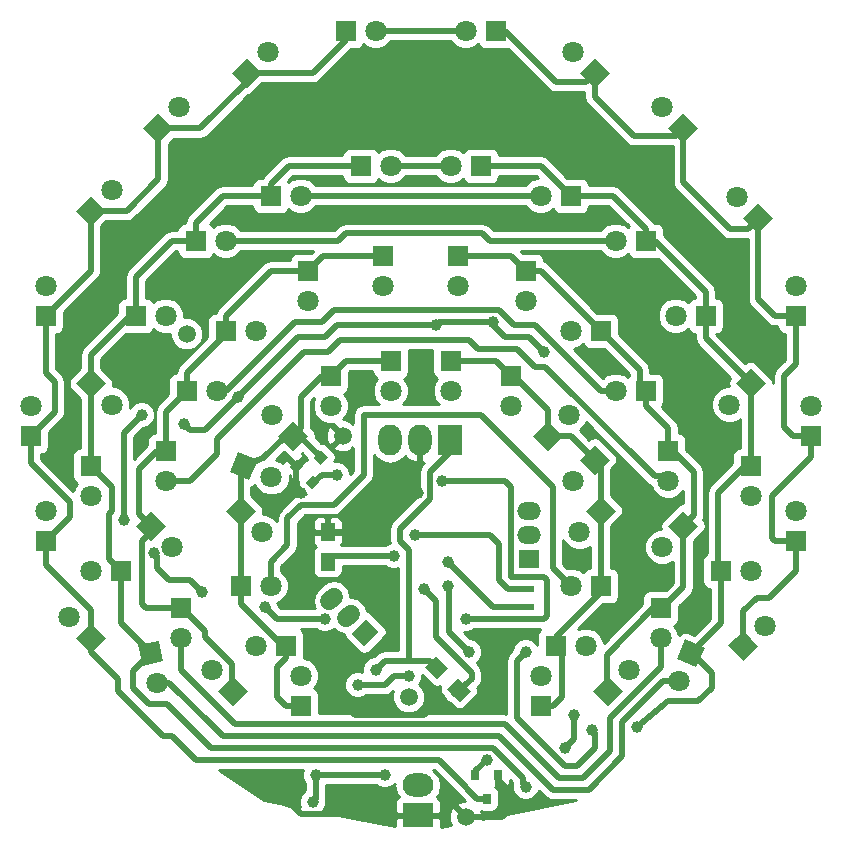
<source format=gbr>
G04 #@! TF.FileFunction,Copper,L2,Bot,Signal*
%FSLAX46Y46*%
G04 Gerber Fmt 4.6, Leading zero omitted, Abs format (unit mm)*
G04 Created by KiCad (PCBNEW 4.0.7) date 04/21/18 22:11:58*
%MOMM*%
%LPD*%
G01*
G04 APERTURE LIST*
%ADD10C,0.100000*%
%ADD11C,1.800000*%
%ADD12R,2.000000X2.600000*%
%ADD13O,2.000000X2.600000*%
%ADD14R,0.900000X0.500000*%
%ADD15R,2.600000X2.000000*%
%ADD16O,2.600000X2.000000*%
%ADD17R,1.250000X1.500000*%
%ADD18R,1.800000X1.800000*%
%ADD19R,0.800000X0.900000*%
%ADD20R,1.750000X1.500000*%
%ADD21O,2.000000X1.500000*%
%ADD22C,1.500000*%
%ADD23C,1.500000*%
%ADD24C,1.000000*%
%ADD25C,0.500000*%
%ADD26C,0.254000*%
G04 APERTURE END LIST*
D10*
G36*
X133987792Y-106426000D02*
X132715000Y-107698792D01*
X131442208Y-106426000D01*
X132715000Y-105153208D01*
X133987792Y-106426000D01*
X133987792Y-106426000D01*
G37*
D11*
X130918949Y-104629949D03*
D12*
X145986500Y-106807000D03*
D13*
X143446500Y-106807000D03*
X140906500Y-106807000D03*
D14*
X152654000Y-119392000D03*
X152654000Y-120892000D03*
D10*
G36*
X143851457Y-125974695D02*
X144770695Y-125055457D01*
X145831355Y-126116117D01*
X144912117Y-127035355D01*
X143851457Y-125974695D01*
X143851457Y-125974695D01*
G37*
G36*
X145760645Y-127883883D02*
X146679883Y-126964645D01*
X147740543Y-128025305D01*
X146821305Y-128944543D01*
X145760645Y-127883883D01*
X145760645Y-127883883D01*
G37*
D15*
X143256000Y-138557000D03*
D16*
X143256000Y-136017000D03*
D17*
X135636000Y-117074000D03*
X135636000Y-114574000D03*
D10*
G36*
X116842792Y-123571000D02*
X115570000Y-124843792D01*
X114297208Y-123571000D01*
X115570000Y-122298208D01*
X116842792Y-123571000D01*
X116842792Y-123571000D01*
G37*
D11*
X113773949Y-121774949D03*
D18*
X137160000Y-72136000D03*
D11*
X139700000Y-72136000D03*
D18*
X176530000Y-106426000D03*
D11*
X176530000Y-103886000D03*
D18*
X168910000Y-117856000D03*
D11*
X171450000Y-117856000D03*
D10*
G36*
X165882924Y-123665093D02*
X167545907Y-124353924D01*
X166857076Y-126016907D01*
X165194093Y-125328076D01*
X165882924Y-123665093D01*
X165882924Y-123665093D01*
G37*
D11*
X165397984Y-127187654D03*
D10*
G36*
X154305000Y-107698792D02*
X153032208Y-106426000D01*
X154305000Y-105153208D01*
X155577792Y-106426000D01*
X154305000Y-107698792D01*
X154305000Y-107698792D01*
G37*
D11*
X156101051Y-104629949D03*
D18*
X158750000Y-97536000D03*
D11*
X156210000Y-97536000D03*
D10*
G36*
X170759482Y-125477581D02*
X169543419Y-124150482D01*
X170870518Y-122934419D01*
X172086581Y-124261518D01*
X170759482Y-125477581D01*
X170759482Y-125477581D01*
G37*
D11*
X172687684Y-122490001D03*
D18*
X175260000Y-115316000D03*
D11*
X175260000Y-112776000D03*
D18*
X175260000Y-96266000D03*
D11*
X175260000Y-93726000D03*
D10*
G36*
X173357792Y-88011000D02*
X172085000Y-89283792D01*
X170812208Y-88011000D01*
X172085000Y-86738208D01*
X173357792Y-88011000D01*
X173357792Y-88011000D01*
G37*
D11*
X170288949Y-86214949D03*
D10*
G36*
X167007792Y-80391000D02*
X165735000Y-81663792D01*
X164462208Y-80391000D01*
X165735000Y-79118208D01*
X167007792Y-80391000D01*
X167007792Y-80391000D01*
G37*
D11*
X163938949Y-78594949D03*
D10*
G36*
X159514792Y-75692000D02*
X158242000Y-76964792D01*
X156969208Y-75692000D01*
X158242000Y-74419208D01*
X159514792Y-75692000D01*
X159514792Y-75692000D01*
G37*
D11*
X156445949Y-73895949D03*
D18*
X149860000Y-72136000D03*
D11*
X147320000Y-72136000D03*
D18*
X171450000Y-108966000D03*
D11*
X171450000Y-111506000D03*
D10*
G36*
X171450000Y-100708208D02*
X172722792Y-101981000D01*
X171450000Y-103253792D01*
X170177208Y-101981000D01*
X171450000Y-100708208D01*
X171450000Y-100708208D01*
G37*
D11*
X169653949Y-103777051D03*
D18*
X167640000Y-96266000D03*
D11*
X165100000Y-96266000D03*
D18*
X156210000Y-86106000D03*
D11*
X153670000Y-86106000D03*
D10*
G36*
X159385000Y-129288792D02*
X158112208Y-128016000D01*
X159385000Y-126743208D01*
X160657792Y-128016000D01*
X159385000Y-129288792D01*
X159385000Y-129288792D01*
G37*
D11*
X161181051Y-126219949D03*
D18*
X163830000Y-121031000D03*
D11*
X163830000Y-123571000D03*
D10*
G36*
X165735000Y-112773208D02*
X167007792Y-114046000D01*
X165735000Y-115318792D01*
X164462208Y-114046000D01*
X165735000Y-112773208D01*
X165735000Y-112773208D01*
G37*
D11*
X163938949Y-115842051D03*
D18*
X164465000Y-107696000D03*
D11*
X164465000Y-110236000D03*
D18*
X162560000Y-102616000D03*
D11*
X160020000Y-102616000D03*
D18*
X152400000Y-92456000D03*
D11*
X152400000Y-94996000D03*
D18*
X146685000Y-91186000D03*
D11*
X146685000Y-93726000D03*
D18*
X153670000Y-129286000D03*
D11*
X153670000Y-126746000D03*
D18*
X154940000Y-124206000D03*
D11*
X157480000Y-124206000D03*
D18*
X158750000Y-119126000D03*
D11*
X156210000Y-119126000D03*
D10*
G36*
X158750000Y-111503208D02*
X160022792Y-112776000D01*
X158750000Y-114048792D01*
X157477208Y-112776000D01*
X158750000Y-111503208D01*
X158750000Y-111503208D01*
G37*
D11*
X156953949Y-114572051D03*
D10*
G36*
X158242000Y-107185208D02*
X159514792Y-108458000D01*
X158242000Y-109730792D01*
X156969208Y-108458000D01*
X158242000Y-107185208D01*
X158242000Y-107185208D01*
G37*
D11*
X156445949Y-110254051D03*
D18*
X151130000Y-101346000D03*
D11*
X151130000Y-103886000D03*
D18*
X146050000Y-100076000D03*
D11*
X146050000Y-102616000D03*
D18*
X133350000Y-129286000D03*
D11*
X133350000Y-126746000D03*
D18*
X132080000Y-124206000D03*
D11*
X129540000Y-124206000D03*
D18*
X128270000Y-119126000D03*
D11*
X130810000Y-119126000D03*
D10*
G36*
X127348093Y-109453076D02*
X128036924Y-107790093D01*
X129699907Y-108478924D01*
X129011076Y-110141907D01*
X127348093Y-109453076D01*
X127348093Y-109453076D01*
G37*
D11*
X130870654Y-109938016D03*
D18*
X135890000Y-101346000D03*
D11*
X135890000Y-103886000D03*
D18*
X140970000Y-100076000D03*
D11*
X140970000Y-102616000D03*
D10*
G36*
X128907792Y-128016000D02*
X127635000Y-129288792D01*
X126362208Y-128016000D01*
X127635000Y-126743208D01*
X128907792Y-128016000D01*
X128907792Y-128016000D01*
G37*
D11*
X125838949Y-126219949D03*
D18*
X123190000Y-121031000D03*
D11*
X123190000Y-123571000D03*
D10*
G36*
X119377208Y-114046000D02*
X120650000Y-112773208D01*
X121922792Y-114046000D01*
X120650000Y-115318792D01*
X119377208Y-114046000D01*
X119377208Y-114046000D01*
G37*
D11*
X122446051Y-115842051D03*
D18*
X121920000Y-107696000D03*
D11*
X121920000Y-110236000D03*
D18*
X123698000Y-102616000D03*
D11*
X126238000Y-102616000D03*
D18*
X127000000Y-97536000D03*
D11*
X129540000Y-97536000D03*
D18*
X133985000Y-92456000D03*
D11*
X133985000Y-94996000D03*
D10*
G36*
X119576538Y-124157129D02*
X121333871Y-123767538D01*
X121723462Y-125524871D01*
X119966129Y-125914462D01*
X119576538Y-124157129D01*
X119576538Y-124157129D01*
G37*
D11*
X121199757Y-127320792D03*
D18*
X118110000Y-117856000D03*
D11*
X115570000Y-117856000D03*
D18*
X115570000Y-108966000D03*
D11*
X115570000Y-111506000D03*
D10*
G36*
X114297208Y-101981000D02*
X115570000Y-100708208D01*
X116842792Y-101981000D01*
X115570000Y-103253792D01*
X114297208Y-101981000D01*
X114297208Y-101981000D01*
G37*
D11*
X117366051Y-103777051D03*
D18*
X124460000Y-89916000D03*
D11*
X127000000Y-89916000D03*
D18*
X130810000Y-86106000D03*
D11*
X133350000Y-86106000D03*
D18*
X138430000Y-83566000D03*
D11*
X140970000Y-83566000D03*
D18*
X111760000Y-115316000D03*
D11*
X111760000Y-112776000D03*
D18*
X111760000Y-96266000D03*
D11*
X111760000Y-93726000D03*
D10*
G36*
X115570000Y-88648792D02*
X114297208Y-87376000D01*
X115570000Y-86103208D01*
X116842792Y-87376000D01*
X115570000Y-88648792D01*
X115570000Y-88648792D01*
G37*
D11*
X117366051Y-85579949D03*
D10*
G36*
X121285000Y-81663792D02*
X120012208Y-80391000D01*
X121285000Y-79118208D01*
X122557792Y-80391000D01*
X121285000Y-81663792D01*
X121285000Y-81663792D01*
G37*
D11*
X123081051Y-78594949D03*
D10*
G36*
X128778000Y-76964792D02*
X127505208Y-75692000D01*
X128778000Y-74419208D01*
X130050792Y-75692000D01*
X128778000Y-76964792D01*
X128778000Y-76964792D01*
G37*
D11*
X130574051Y-73895949D03*
D18*
X140335000Y-91186000D03*
D11*
X140335000Y-93726000D03*
D18*
X110490000Y-106426000D03*
D11*
X110490000Y-103886000D03*
D18*
X148590000Y-83566000D03*
D11*
X146050000Y-83566000D03*
D18*
X162560000Y-89916000D03*
D11*
X160020000Y-89916000D03*
D18*
X119380000Y-96266000D03*
D11*
X121920000Y-96266000D03*
D10*
G36*
X126997208Y-112776000D02*
X128270000Y-111503208D01*
X129542792Y-112776000D01*
X128270000Y-114048792D01*
X126997208Y-112776000D01*
X126997208Y-112776000D01*
G37*
D11*
X130066051Y-114572051D03*
D10*
G36*
X134295290Y-110945899D02*
X133729604Y-110380213D01*
X134366000Y-109743817D01*
X134931686Y-110309503D01*
X134295290Y-110945899D01*
X134295290Y-110945899D01*
G37*
G36*
X132951787Y-109602396D02*
X132386101Y-109036710D01*
X133022497Y-108400314D01*
X133588183Y-108966000D01*
X132951787Y-109602396D01*
X132951787Y-109602396D01*
G37*
G36*
X135037752Y-108859934D02*
X134472066Y-108294248D01*
X135108462Y-107657852D01*
X135674148Y-108223538D01*
X135037752Y-108859934D01*
X135037752Y-108859934D01*
G37*
D19*
X148148000Y-135144000D03*
X150048000Y-135144000D03*
X149098000Y-137144000D03*
D20*
X152717500Y-116840000D03*
D21*
X152717500Y-114808000D03*
X152717500Y-112776000D03*
D10*
G36*
X139981839Y-122996402D02*
X138744402Y-124233839D01*
X137683741Y-123173178D01*
X138921178Y-121935741D01*
X139981839Y-122996402D01*
X139981839Y-122996402D01*
G37*
D22*
X137219172Y-121824726D02*
X137572726Y-121471172D01*
X135782331Y-120387885D02*
X136135885Y-120034331D01*
D23*
X147320000Y-138684000D03*
X136906000Y-106426000D03*
X142494000Y-128524000D03*
X123698000Y-97790000D03*
D24*
X139700000Y-126238000D03*
X133350000Y-111252000D03*
X161544000Y-95758000D03*
X164338000Y-99822000D03*
X162052000Y-110490000D03*
X159004000Y-100076000D03*
X157988000Y-122428000D03*
X162560000Y-118364000D03*
X156210000Y-116332000D03*
X161798000Y-116078000D03*
X144018000Y-127762000D03*
X139446000Y-138430000D03*
X132334000Y-137414000D03*
X164846000Y-87376000D03*
X129286000Y-91440000D03*
X124968000Y-84709000D03*
X122428000Y-86995000D03*
X121031000Y-88646000D03*
X118110000Y-90678000D03*
X117221000Y-95123000D03*
X115316000Y-97409000D03*
X113665000Y-100711000D03*
X112014000Y-108458000D03*
X143256000Y-78359000D03*
X143510000Y-84836000D03*
X128651000Y-81280000D03*
X132715000Y-79883000D03*
X161417000Y-84455000D03*
X147955000Y-78359000D03*
X151130000Y-78740000D03*
X155321000Y-80010000D03*
X138811000Y-78105000D03*
X172847000Y-99822000D03*
X170053000Y-96647000D03*
X168275000Y-90678000D03*
X143256000Y-111252000D03*
X138430000Y-87884000D03*
X143510000Y-103378000D03*
X137668000Y-102870000D03*
X136398000Y-128524000D03*
X152400000Y-136144000D03*
X155702000Y-132842000D03*
X156464000Y-130048000D03*
X161798000Y-131064000D03*
X147320000Y-121920000D03*
X145288000Y-110236000D03*
X145796000Y-117094000D03*
X143764000Y-119380000D03*
X143002000Y-114808000D03*
X135382000Y-121920000D03*
X130302000Y-120904000D03*
X124968000Y-119634000D03*
X120904000Y-116332000D03*
X118364000Y-113538000D03*
X119888000Y-104648000D03*
X123444000Y-105410000D03*
X128016000Y-103124000D03*
X153924000Y-99314000D03*
X149606000Y-96774000D03*
X144780000Y-97028000D03*
X140462000Y-135128000D03*
X134620000Y-135128000D03*
X134366000Y-137414000D03*
X141224000Y-116586000D03*
X157988000Y-131318000D03*
X152400000Y-124714000D03*
X136398000Y-109728000D03*
X149098000Y-133858000D03*
X142494000Y-126746000D03*
X138176000Y-127508000D03*
X145796000Y-119126000D03*
X147574000Y-124714000D03*
D25*
X142494000Y-125476000D02*
X144272000Y-125476000D01*
X144272000Y-125476000D02*
X144841406Y-126045406D01*
X142494000Y-117348000D02*
X142494000Y-125476000D01*
X139700000Y-126238000D02*
X140462000Y-125476000D01*
X140462000Y-125476000D02*
X142494000Y-125476000D01*
X143510000Y-112522000D02*
X144272000Y-111760000D01*
X142494000Y-116078000D02*
X142494000Y-117348000D01*
X144272000Y-109474000D02*
X144272000Y-111760000D01*
X145986500Y-107759500D02*
X144272000Y-109474000D01*
X143510000Y-112522000D02*
X141732000Y-114300000D01*
X141732000Y-114300000D02*
X141732000Y-115316000D01*
X141732000Y-115316000D02*
X142494000Y-116078000D01*
X145986500Y-106807000D02*
X145986500Y-107759500D01*
X132987142Y-110889142D02*
X132987142Y-109001355D01*
X133350000Y-111252000D02*
X132987142Y-110889142D01*
X151384000Y-136906000D02*
X151384000Y-137668000D01*
X150048000Y-135570000D02*
X151384000Y-136906000D01*
X150368000Y-138684000D02*
X147320000Y-138684000D01*
X151384000Y-137668000D02*
X150368000Y-138684000D01*
X143446500Y-106807000D02*
X143446500Y-106172000D01*
X161798000Y-116078000D02*
X161798000Y-110744000D01*
X161544000Y-97028000D02*
X161544000Y-95758000D01*
X164338000Y-99822000D02*
X161544000Y-97028000D01*
X161798000Y-110744000D02*
X162052000Y-110490000D01*
X139680000Y-114574000D02*
X135636000Y-114574000D01*
X143002000Y-111252000D02*
X139680000Y-114574000D01*
X143256000Y-111252000D02*
X143002000Y-111252000D01*
X162560000Y-118364000D02*
X162560000Y-116840000D01*
X157988000Y-122428000D02*
X159004000Y-121412000D01*
X159004000Y-121412000D02*
X159512000Y-121412000D01*
X159512000Y-121412000D02*
X162560000Y-118364000D01*
X162560000Y-116840000D02*
X161798000Y-116078000D01*
X150048000Y-135144000D02*
X150048000Y-135570000D01*
X134620000Y-138430000D02*
X139446000Y-138430000D01*
X132334000Y-137414000D02*
X133350000Y-138430000D01*
X133350000Y-138430000D02*
X134620000Y-138430000D01*
X168275000Y-90678000D02*
X168148000Y-90678000D01*
X168148000Y-90678000D02*
X164846000Y-87376000D01*
X113665000Y-100711000D02*
X113665000Y-106807000D01*
X124968000Y-84709000D02*
X122682000Y-86995000D01*
X122682000Y-86995000D02*
X122428000Y-86995000D01*
X121031000Y-88646000D02*
X118999000Y-90678000D01*
X118999000Y-90678000D02*
X118110000Y-90678000D01*
X117221000Y-95123000D02*
X115316000Y-97028000D01*
X115316000Y-97028000D02*
X115316000Y-97409000D01*
X113665000Y-106807000D02*
X112014000Y-108458000D01*
X131318000Y-81280000D02*
X128651000Y-81280000D01*
X132715000Y-79883000D02*
X131318000Y-81280000D01*
X164338000Y-87376000D02*
X161417000Y-84455000D01*
X164846000Y-87376000D02*
X164338000Y-87376000D01*
X143256000Y-78359000D02*
X147955000Y-78359000D01*
X155321000Y-80010000D02*
X152400000Y-80010000D01*
X152400000Y-80010000D02*
X151130000Y-78740000D01*
X139065000Y-78359000D02*
X138811000Y-78105000D01*
X143256000Y-78359000D02*
X139065000Y-78359000D01*
X172847000Y-99441000D02*
X172847000Y-99822000D01*
X170053000Y-96647000D02*
X172847000Y-99441000D01*
X136398000Y-128524000D02*
X137922000Y-130048000D01*
X144018000Y-129794000D02*
X144018000Y-127762000D01*
X143764000Y-130048000D02*
X144018000Y-129794000D01*
X137922000Y-130048000D02*
X143764000Y-130048000D01*
X144272000Y-133858000D02*
X145034000Y-133858000D01*
X145034000Y-133858000D02*
X148320000Y-137144000D01*
X147066000Y-135890000D02*
X145034000Y-133858000D01*
X147066000Y-135890000D02*
X148320000Y-137144000D01*
X115570000Y-123571000D02*
X115570000Y-124714000D01*
X115570000Y-124714000D02*
X117856000Y-127000000D01*
X117856000Y-127000000D02*
X117856000Y-128016000D01*
X117856000Y-128016000D02*
X121666000Y-131826000D01*
X121666000Y-131826000D02*
X122428000Y-131826000D01*
X122428000Y-131826000D02*
X124460000Y-133858000D01*
X124460000Y-133858000D02*
X144272000Y-133858000D01*
X148320000Y-137144000D02*
X149098000Y-137144000D01*
X115570000Y-124460000D02*
X115570000Y-123571000D01*
X128778000Y-75692000D02*
X134366000Y-75692000D01*
X134366000Y-75692000D02*
X137160000Y-72898000D01*
X137160000Y-72898000D02*
X137160000Y-72136000D01*
X111760000Y-115316000D02*
X111760000Y-117348000D01*
X115570000Y-121158000D02*
X115570000Y-123571000D01*
X111760000Y-117348000D02*
X115570000Y-121158000D01*
X110490000Y-106426000D02*
X110490000Y-108712000D01*
X113792000Y-113284000D02*
X111760000Y-115316000D01*
X113792000Y-112014000D02*
X113792000Y-113284000D01*
X110490000Y-108712000D02*
X113792000Y-112014000D01*
X111760000Y-96266000D02*
X111760000Y-101092000D01*
X112522000Y-104394000D02*
X110490000Y-106426000D01*
X112522000Y-101854000D02*
X112522000Y-104394000D01*
X111760000Y-101092000D02*
X112522000Y-101854000D01*
X115570000Y-87376000D02*
X115570000Y-92456000D01*
X115570000Y-92456000D02*
X111760000Y-96266000D01*
X121285000Y-80391000D02*
X121285000Y-84709000D01*
X118618000Y-87376000D02*
X115570000Y-87376000D01*
X121285000Y-84709000D02*
X118618000Y-87376000D01*
X128778000Y-75692000D02*
X128778000Y-76454000D01*
X128778000Y-76454000D02*
X124841000Y-80391000D01*
X124841000Y-80391000D02*
X121285000Y-80391000D01*
X139700000Y-72136000D02*
X147320000Y-72136000D01*
X140970000Y-83566000D02*
X146050000Y-83566000D01*
X152146000Y-135890000D02*
X152146000Y-135382000D01*
X152400000Y-136144000D02*
X152146000Y-135890000D01*
X120523000Y-129159000D02*
X122047000Y-129159000D01*
X122047000Y-129159000D02*
X125730000Y-132842000D01*
X152146000Y-135382000D02*
X149606000Y-132842000D01*
X149606000Y-132842000D02*
X125730000Y-132842000D01*
X119126000Y-126365000D02*
X120650000Y-124841000D01*
X119126000Y-127762000D02*
X119126000Y-126365000D01*
X120523000Y-129159000D02*
X119126000Y-127762000D01*
X118110000Y-117856000D02*
X118110000Y-122301000D01*
X118110000Y-122301000D02*
X120650000Y-124841000D01*
X115570000Y-108966000D02*
X117348000Y-110744000D01*
X117094000Y-116840000D02*
X118110000Y-117856000D01*
X117094000Y-113030000D02*
X117094000Y-116840000D01*
X117348000Y-112776000D02*
X117094000Y-113030000D01*
X117348000Y-110744000D02*
X117348000Y-112776000D01*
X115570000Y-101981000D02*
X115570000Y-108966000D01*
X119380000Y-96266000D02*
X118872000Y-96266000D01*
X118872000Y-96266000D02*
X115570000Y-99568000D01*
X115570000Y-99568000D02*
X115570000Y-101981000D01*
X124460000Y-89916000D02*
X122428000Y-89916000D01*
X119380000Y-92964000D02*
X119380000Y-96266000D01*
X122428000Y-89916000D02*
X119380000Y-92964000D01*
X130810000Y-86106000D02*
X126746000Y-86106000D01*
X124460000Y-88392000D02*
X124460000Y-89916000D01*
X126746000Y-86106000D02*
X124460000Y-88392000D01*
X138430000Y-83566000D02*
X132334000Y-83566000D01*
X130810000Y-85090000D02*
X130810000Y-86106000D01*
X132334000Y-83566000D02*
X130810000Y-85090000D01*
X133350000Y-86106000D02*
X153670000Y-86106000D01*
X129286000Y-89916000D02*
X136525000Y-89916000D01*
X149352000Y-89916000D02*
X160020000Y-89916000D01*
X148717000Y-89281000D02*
X149352000Y-89916000D01*
X137160000Y-89281000D02*
X148717000Y-89281000D01*
X136525000Y-89916000D02*
X137160000Y-89281000D01*
X127000000Y-89916000D02*
X129286000Y-89916000D01*
X135128000Y-96774000D02*
X132842000Y-96774000D01*
X132842000Y-96774000D02*
X132334000Y-97282000D01*
X126238000Y-102616000D02*
X127000000Y-102616000D01*
X127000000Y-102616000D02*
X132334000Y-97282000D01*
X144018000Y-95758000D02*
X136144000Y-95758000D01*
X136144000Y-95758000D02*
X135128000Y-96774000D01*
X160020000Y-102616000D02*
X158750000Y-102616000D01*
X153162000Y-97028000D02*
X151384000Y-97028000D01*
X158750000Y-102616000D02*
X153162000Y-97028000D01*
X151384000Y-97028000D02*
X151130000Y-96774000D01*
X150114000Y-95758000D02*
X144018000Y-95758000D01*
X151384000Y-97028000D02*
X151130000Y-96774000D01*
X151130000Y-96774000D02*
X150114000Y-95758000D01*
X136652000Y-98298000D02*
X135636000Y-99314000D01*
X133604000Y-99314000D02*
X133350000Y-99568000D01*
X135636000Y-99314000D02*
X133604000Y-99314000D01*
X147574000Y-98298000D02*
X148336000Y-99060000D01*
X153162000Y-100584000D02*
X154051000Y-100584000D01*
X151638000Y-99060000D02*
X153162000Y-100584000D01*
X148336000Y-99060000D02*
X151638000Y-99060000D01*
X121920000Y-110236000D02*
X123952000Y-110236000D01*
X126492000Y-106426000D02*
X133350000Y-99568000D01*
X123952000Y-110236000D02*
X126238000Y-107950000D01*
X126238000Y-107950000D02*
X126238000Y-106680000D01*
X126238000Y-106680000D02*
X126492000Y-106426000D01*
X121920000Y-110236000D02*
X122682000Y-110236000D01*
X136652000Y-98298000D02*
X147574000Y-98298000D01*
X154051000Y-100584000D02*
X163322000Y-109855000D01*
X163322000Y-109855000D02*
X164084000Y-109855000D01*
X164084000Y-109855000D02*
X164465000Y-110236000D01*
X121920000Y-110236000D02*
X122174000Y-110236000D01*
X138684000Y-108204000D02*
X138684000Y-109728000D01*
X138684000Y-109728000D02*
X136144000Y-112268000D01*
X154686000Y-110744000D02*
X152654000Y-108712000D01*
X154686000Y-111252000D02*
X154686000Y-110744000D01*
X130810000Y-119126000D02*
X130810000Y-117094000D01*
X132207000Y-113411000D02*
X133350000Y-112268000D01*
X130810000Y-117094000D02*
X132207000Y-115697000D01*
X132207000Y-115697000D02*
X132207000Y-113411000D01*
X135128000Y-112268000D02*
X133350000Y-112268000D01*
X135128000Y-112268000D02*
X136144000Y-112268000D01*
X154686000Y-111252000D02*
X154686000Y-117602000D01*
X154686000Y-117602000D02*
X156210000Y-119126000D01*
X152654000Y-108712000D02*
X148590000Y-104648000D01*
X148590000Y-104648000D02*
X147828000Y-104648000D01*
X146558000Y-104648000D02*
X147828000Y-104648000D01*
X138684000Y-104648000D02*
X138684000Y-108204000D01*
X138684000Y-104648000D02*
X146558000Y-104648000D01*
X150622000Y-130810000D02*
X155194000Y-135382000D01*
X130556000Y-130810000D02*
X127762000Y-130810000D01*
X127762000Y-130810000D02*
X127000000Y-130048000D01*
X159512000Y-133096000D02*
X159512000Y-132334000D01*
X157226000Y-135382000D02*
X159512000Y-133096000D01*
X155194000Y-135382000D02*
X157226000Y-135382000D01*
X127000000Y-130048000D02*
X126746000Y-129794000D01*
X163830000Y-123571000D02*
X163830000Y-125984000D01*
X159512000Y-132334000D02*
X159512000Y-130556000D01*
X159512000Y-130302000D02*
X163830000Y-125984000D01*
X159512000Y-130556000D02*
X159512000Y-130302000D01*
X150622000Y-130810000D02*
X130556000Y-130810000D01*
X123190000Y-126238000D02*
X126746000Y-129794000D01*
X123190000Y-123571000D02*
X123190000Y-126238000D01*
X128778000Y-131826000D02*
X126746000Y-131826000D01*
X126746000Y-131826000D02*
X125984000Y-131064000D01*
X121199757Y-127320792D02*
X122240792Y-127320792D01*
X122240792Y-127320792D02*
X125984000Y-131064000D01*
X152019000Y-133731000D02*
X154686000Y-136398000D01*
X150114000Y-131826000D02*
X128778000Y-131826000D01*
X160591500Y-131254500D02*
X160591500Y-130619500D01*
X164023346Y-127187654D02*
X165397984Y-127187654D01*
X160591500Y-130619500D02*
X164023346Y-127187654D01*
X160591500Y-133413500D02*
X160591500Y-131254500D01*
X151638000Y-133350000D02*
X152019000Y-133731000D01*
X151638000Y-133350000D02*
X150114000Y-131826000D01*
X154686000Y-136398000D02*
X157734000Y-136398000D01*
X157734000Y-136398000D02*
X160591500Y-133540500D01*
X160591500Y-133540500D02*
X160591500Y-133413500D01*
X164658346Y-127187654D02*
X165397984Y-127187654D01*
X121199757Y-127320792D02*
X121199757Y-127549757D01*
X127508000Y-125730000D02*
X127508000Y-127889000D01*
X127508000Y-127889000D02*
X127635000Y-128016000D01*
X125222000Y-123444000D02*
X125222000Y-122936000D01*
X127508000Y-125730000D02*
X125222000Y-123444000D01*
X120650000Y-114046000D02*
X120650000Y-114554000D01*
X120650000Y-114554000D02*
X119888000Y-115316000D01*
X120269000Y-121031000D02*
X123190000Y-121031000D01*
X119888000Y-120650000D02*
X120269000Y-121031000D01*
X119888000Y-115316000D02*
X119888000Y-120650000D01*
X123190000Y-120904000D02*
X125222000Y-122936000D01*
X127635000Y-128016000D02*
X128016000Y-128016000D01*
X123190000Y-121031000D02*
X123190000Y-120396000D01*
X120142000Y-114554000D02*
X120650000Y-114046000D01*
X121920000Y-107696000D02*
X121158000Y-107696000D01*
X121158000Y-107696000D02*
X119634000Y-109220000D01*
X119634000Y-113030000D02*
X120650000Y-114046000D01*
X119634000Y-109220000D02*
X119634000Y-113030000D01*
X121920000Y-107696000D02*
X121920000Y-104394000D01*
X121920000Y-104394000D02*
X123698000Y-102616000D01*
X127000000Y-97536000D02*
X127000000Y-97790000D01*
X127000000Y-97790000D02*
X123698000Y-101092000D01*
X123698000Y-101092000D02*
X123698000Y-102616000D01*
X133985000Y-92456000D02*
X130810000Y-92456000D01*
X127000000Y-96266000D02*
X127000000Y-97536000D01*
X130810000Y-92456000D02*
X127000000Y-96266000D01*
X140335000Y-91186000D02*
X135255000Y-91186000D01*
X135255000Y-91186000D02*
X133985000Y-92456000D01*
X132715000Y-106426000D02*
X133240214Y-106426000D01*
X133240214Y-106426000D02*
X135073107Y-108258893D01*
X134861601Y-108346502D02*
X135073107Y-108258893D01*
X134861601Y-108346502D02*
X135073107Y-108258893D01*
X132080000Y-124206000D02*
X131826000Y-124206000D01*
X131826000Y-124206000D02*
X128270000Y-120650000D01*
X128270000Y-120650000D02*
X128270000Y-119126000D01*
X128270000Y-119126000D02*
X128270000Y-119888000D01*
X132080000Y-124206000D02*
X132080000Y-125222000D01*
X132080000Y-129286000D02*
X133350000Y-129286000D01*
X131318000Y-128524000D02*
X132080000Y-129286000D01*
X131318000Y-125984000D02*
X131318000Y-128524000D01*
X132080000Y-125222000D02*
X131318000Y-125984000D01*
X128270000Y-119126000D02*
X128270000Y-119634000D01*
X128270000Y-112776000D02*
X128270000Y-119126000D01*
X128524000Y-108966000D02*
X128524000Y-109220000D01*
X128524000Y-109220000D02*
X128270000Y-109474000D01*
X128270000Y-109474000D02*
X128270000Y-112776000D01*
X132715000Y-106426000D02*
X132080000Y-106426000D01*
X132080000Y-106426000D02*
X130175000Y-108331000D01*
X130175000Y-108331000D02*
X128524000Y-108966000D01*
X135890000Y-101346000D02*
X135128000Y-101346000D01*
X135128000Y-101346000D02*
X133350000Y-103124000D01*
X133350000Y-103124000D02*
X133350000Y-105791000D01*
X133350000Y-105791000D02*
X132715000Y-106426000D01*
X140970000Y-100076000D02*
X137160000Y-100076000D01*
X137160000Y-100076000D02*
X135890000Y-101346000D01*
X135073107Y-108258893D02*
X134928893Y-108258893D01*
X158750000Y-112776000D02*
X158750000Y-108966000D01*
X158750000Y-108966000D02*
X158242000Y-108458000D01*
X153670000Y-129286000D02*
X154686000Y-129286000D01*
X155448000Y-128524000D02*
X155448000Y-124714000D01*
X154686000Y-129286000D02*
X155448000Y-128524000D01*
X155448000Y-124714000D02*
X154940000Y-124206000D01*
X158750000Y-119126000D02*
X158750000Y-119634000D01*
X158750000Y-119634000D02*
X154940000Y-123444000D01*
X154940000Y-123444000D02*
X154940000Y-124206000D01*
X158750000Y-112776000D02*
X158750000Y-119126000D01*
X154305000Y-106426000D02*
X156210000Y-106426000D01*
X156210000Y-106426000D02*
X158242000Y-108458000D01*
X151130000Y-101346000D02*
X151384000Y-101346000D01*
X151384000Y-101346000D02*
X154305000Y-104267000D01*
X154305000Y-104267000D02*
X154305000Y-106426000D01*
X146050000Y-100076000D02*
X149860000Y-100076000D01*
X149860000Y-100076000D02*
X151130000Y-101346000D01*
X155702000Y-132842000D02*
X156464000Y-132080000D01*
X156464000Y-132080000D02*
X156464000Y-130048000D01*
X163830000Y-121031000D02*
X163195000Y-121031000D01*
X163195000Y-121031000D02*
X159258000Y-124968000D01*
X159258000Y-124968000D02*
X159258000Y-127889000D01*
X159258000Y-127889000D02*
X159385000Y-128016000D01*
X165735000Y-114046000D02*
X165735000Y-119253000D01*
X165735000Y-119253000D02*
X163957000Y-121031000D01*
X163957000Y-121031000D02*
X163830000Y-121031000D01*
X164465000Y-107696000D02*
X164846000Y-107696000D01*
X164846000Y-107696000D02*
X166624000Y-109474000D01*
X166624000Y-113157000D02*
X165735000Y-114046000D01*
X166624000Y-109474000D02*
X166624000Y-113157000D01*
X162560000Y-102616000D02*
X162560000Y-103886000D01*
X164465000Y-105791000D02*
X164465000Y-107696000D01*
X162560000Y-103886000D02*
X164465000Y-105791000D01*
X158750000Y-97536000D02*
X162052000Y-100838000D01*
X162052000Y-100838000D02*
X162052000Y-102108000D01*
X162052000Y-102108000D02*
X162560000Y-102616000D01*
X152400000Y-92456000D02*
X153670000Y-92456000D01*
X153670000Y-92456000D02*
X158750000Y-97536000D01*
X146685000Y-91186000D02*
X151130000Y-91186000D01*
X151130000Y-91186000D02*
X152400000Y-92456000D01*
X164465000Y-128905000D02*
X167005000Y-128905000D01*
X161798000Y-131064000D02*
X164465000Y-128905000D01*
X168148000Y-126492000D02*
X166497000Y-124841000D01*
X168148000Y-127762000D02*
X168148000Y-126492000D01*
X167005000Y-128905000D02*
X168148000Y-127762000D01*
X166497000Y-124841000D02*
X166370000Y-124841000D01*
X166370000Y-125222000D02*
X166370000Y-124841000D01*
X168910000Y-117856000D02*
X168910000Y-122301000D01*
X168910000Y-122301000D02*
X166370000Y-124841000D01*
X171450000Y-108966000D02*
X170942000Y-108966000D01*
X170942000Y-108966000D02*
X168656000Y-111252000D01*
X168656000Y-111252000D02*
X168656000Y-117602000D01*
X168656000Y-117602000D02*
X168910000Y-117856000D01*
X171450000Y-101981000D02*
X171450000Y-108966000D01*
X167640000Y-96266000D02*
X167640000Y-98171000D01*
X167640000Y-98171000D02*
X171450000Y-101981000D01*
X162560000Y-89916000D02*
X163322000Y-89916000D01*
X163322000Y-89916000D02*
X167640000Y-94234000D01*
X167640000Y-94234000D02*
X167640000Y-96266000D01*
X156210000Y-86106000D02*
X159766000Y-86106000D01*
X162560000Y-88900000D02*
X162560000Y-89916000D01*
X159766000Y-86106000D02*
X162560000Y-88900000D01*
X148590000Y-83566000D02*
X153670000Y-83566000D01*
X153670000Y-83566000D02*
X156210000Y-86106000D01*
X149860000Y-72136000D02*
X150622000Y-72136000D01*
X150622000Y-72136000D02*
X154940000Y-76454000D01*
X154940000Y-76454000D02*
X157480000Y-76454000D01*
X157480000Y-76454000D02*
X158242000Y-75692000D01*
X175260000Y-115316000D02*
X175260000Y-117856000D01*
X175260000Y-117856000D02*
X172974000Y-120142000D01*
X172974000Y-120142000D02*
X171958000Y-120142000D01*
X171958000Y-120142000D02*
X170815000Y-121285000D01*
X170815000Y-121285000D02*
X170815000Y-124206000D01*
X176530000Y-106426000D02*
X176530000Y-108204000D01*
X173482000Y-115316000D02*
X175260000Y-115316000D01*
X173228000Y-115062000D02*
X173482000Y-115316000D01*
X173228000Y-111506000D02*
X173228000Y-115062000D01*
X176530000Y-108204000D02*
X173228000Y-111506000D01*
X175260000Y-96266000D02*
X175260000Y-100330000D01*
X175006000Y-106426000D02*
X176530000Y-106426000D01*
X174244000Y-105664000D02*
X175006000Y-106426000D01*
X174244000Y-101346000D02*
X174244000Y-105664000D01*
X175260000Y-100330000D02*
X174244000Y-101346000D01*
X172085000Y-88011000D02*
X172085000Y-94869000D01*
X173482000Y-96266000D02*
X175260000Y-96266000D01*
X172085000Y-94869000D02*
X173482000Y-96266000D01*
X165735000Y-80391000D02*
X165735000Y-84963000D01*
X171196000Y-88900000D02*
X172085000Y-88011000D01*
X169672000Y-88900000D02*
X171196000Y-88900000D01*
X165735000Y-84963000D02*
X169672000Y-88900000D01*
X158242000Y-75692000D02*
X158242000Y-77724000D01*
X161544000Y-81026000D02*
X165100000Y-81026000D01*
X158242000Y-77724000D02*
X161544000Y-81026000D01*
X165100000Y-81026000D02*
X165735000Y-80391000D01*
X153416000Y-118364000D02*
X153924000Y-118364000D01*
X153924000Y-121920000D02*
X153416000Y-121920000D01*
X154178000Y-121666000D02*
X153924000Y-121920000D01*
X154178000Y-118618000D02*
X154178000Y-121666000D01*
X153924000Y-118364000D02*
X154178000Y-118618000D01*
X150876000Y-121920000D02*
X153416000Y-121920000D01*
X150876000Y-121920000D02*
X147320000Y-121920000D01*
X153416000Y-118364000D02*
X151130000Y-118364000D01*
X145288000Y-110236000D02*
X150622000Y-110236000D01*
X150622000Y-110236000D02*
X151130000Y-110744000D01*
X151130000Y-110744000D02*
X151130000Y-118364000D01*
X152654000Y-120892000D02*
X149594000Y-120892000D01*
X149594000Y-120892000D02*
X145796000Y-117094000D01*
X147828000Y-126985860D02*
X146312623Y-128247237D01*
X147828000Y-126492000D02*
X147828000Y-126985860D01*
X144780000Y-123444000D02*
X147828000Y-126492000D01*
X144780000Y-120396000D02*
X144780000Y-123444000D01*
X143764000Y-119380000D02*
X144780000Y-120396000D01*
X146895417Y-128488638D02*
X146312623Y-128247237D01*
X152654000Y-119392000D02*
X150888000Y-119392000D01*
X149352000Y-114808000D02*
X143002000Y-114808000D01*
X150114000Y-115570000D02*
X149352000Y-114808000D01*
X150114000Y-118618000D02*
X150114000Y-115570000D01*
X150888000Y-119392000D02*
X150114000Y-118618000D01*
X131318000Y-121920000D02*
X135382000Y-121920000D01*
X130302000Y-120904000D02*
X131318000Y-121920000D01*
X123952000Y-118618000D02*
X124968000Y-119634000D01*
X122174000Y-118618000D02*
X123952000Y-118618000D01*
X121158000Y-117602000D02*
X122174000Y-118618000D01*
X121158000Y-116586000D02*
X121158000Y-117602000D01*
X120904000Y-116332000D02*
X121158000Y-116586000D01*
X118364000Y-106172000D02*
X118364000Y-113538000D01*
X119888000Y-104648000D02*
X118364000Y-106172000D01*
X128016000Y-103124000D02*
X125222000Y-105918000D01*
X123952000Y-105918000D02*
X123444000Y-105410000D01*
X125222000Y-105918000D02*
X123952000Y-105918000D01*
X144780000Y-97028000D02*
X136398000Y-97028000D01*
X133096000Y-98044000D02*
X128016000Y-103124000D01*
X135382000Y-98044000D02*
X133096000Y-98044000D01*
X136398000Y-97028000D02*
X135382000Y-98044000D01*
X149606000Y-96774000D02*
X149606000Y-97028000D01*
X152654000Y-98044000D02*
X153924000Y-99314000D01*
X150622000Y-98044000D02*
X152654000Y-98044000D01*
X149606000Y-97028000D02*
X150622000Y-98044000D01*
X145034000Y-96774000D02*
X149606000Y-96774000D01*
X144780000Y-97028000D02*
X145034000Y-96774000D01*
X134620000Y-135128000D02*
X140462000Y-135128000D01*
X134620000Y-137160000D02*
X134620000Y-135128000D01*
X134366000Y-137414000D02*
X134620000Y-137160000D01*
X141224000Y-116586000D02*
X136124000Y-116586000D01*
X136124000Y-116586000D02*
X135636000Y-117074000D01*
X135636000Y-117074000D02*
X135643237Y-117081237D01*
X152654000Y-131318000D02*
X155702000Y-134366000D01*
X158242000Y-131572000D02*
X157988000Y-131318000D01*
X158242000Y-132842000D02*
X158242000Y-131572000D01*
X156718000Y-134366000D02*
X158242000Y-132842000D01*
X155702000Y-134366000D02*
X156718000Y-134366000D01*
X151638000Y-130302000D02*
X152654000Y-131318000D01*
X151638000Y-125476000D02*
X151638000Y-130302000D01*
X152400000Y-124714000D02*
X151638000Y-125476000D01*
X134330645Y-110344858D02*
X134511142Y-110344858D01*
X134511142Y-110344858D02*
X135128000Y-109728000D01*
X135128000Y-109728000D02*
X136398000Y-109728000D01*
X149098000Y-133858000D02*
X148148000Y-134808000D01*
X148148000Y-134808000D02*
X148148000Y-135144000D01*
X138176000Y-127508000D02*
X140462000Y-127508000D01*
X141224000Y-126746000D02*
X142494000Y-126746000D01*
X140462000Y-127508000D02*
X141224000Y-126746000D01*
X145923000Y-122555000D02*
X145923000Y-123063000D01*
X145923000Y-123063000D02*
X147066000Y-124206000D01*
X145923000Y-119253000D02*
X145923000Y-122555000D01*
X145796000Y-119126000D02*
X145923000Y-119253000D01*
X147066000Y-124206000D02*
X147574000Y-124714000D01*
D26*
G36*
X146440209Y-136515788D02*
X146440210Y-136515790D01*
X147068421Y-137144000D01*
X147226390Y-137301969D01*
X146974552Y-137314770D01*
X146596077Y-137471540D01*
X146528088Y-137712483D01*
X147320000Y-138504395D01*
X147334143Y-138490253D01*
X147513748Y-138669858D01*
X147499605Y-138684000D01*
X147513748Y-138698143D01*
X147334143Y-138877748D01*
X147320000Y-138863605D01*
X147305858Y-138877748D01*
X147126253Y-138698143D01*
X147140395Y-138684000D01*
X146348483Y-137892088D01*
X146107540Y-137960077D01*
X145922799Y-138479171D01*
X145950770Y-139029448D01*
X146098707Y-139386599D01*
X145191000Y-139567153D01*
X145191000Y-138842750D01*
X145032250Y-138684000D01*
X143383000Y-138684000D01*
X143383000Y-138704000D01*
X143129000Y-138704000D01*
X143129000Y-138684000D01*
X141479750Y-138684000D01*
X141321000Y-138842750D01*
X141321000Y-139466106D01*
X135147062Y-138238033D01*
X135327645Y-138057765D01*
X135500803Y-137640756D01*
X135501197Y-137189225D01*
X135499841Y-137185942D01*
X135505001Y-137160000D01*
X135505000Y-137159995D01*
X135505000Y-136013000D01*
X139741724Y-136013000D01*
X139818235Y-136089645D01*
X140235244Y-136262803D01*
X140686775Y-136263197D01*
X141104086Y-136090767D01*
X141309133Y-135886077D01*
X141283091Y-136017000D01*
X141407548Y-136642687D01*
X141645231Y-136998406D01*
X141596301Y-137018673D01*
X141417673Y-137197302D01*
X141321000Y-137430691D01*
X141321000Y-138271250D01*
X141479750Y-138430000D01*
X143129000Y-138430000D01*
X143129000Y-138410000D01*
X143383000Y-138410000D01*
X143383000Y-138430000D01*
X145032250Y-138430000D01*
X145191000Y-138271250D01*
X145191000Y-137430691D01*
X145094327Y-137197302D01*
X144915699Y-137018673D01*
X144866769Y-136998406D01*
X145104452Y-136642687D01*
X145228909Y-136017000D01*
X145104452Y-135391313D01*
X144750029Y-134860880D01*
X144573609Y-134743000D01*
X144667420Y-134743000D01*
X146440209Y-136515788D01*
X146440209Y-136515788D01*
G37*
X146440209Y-136515788D02*
X146440210Y-136515790D01*
X147068421Y-137144000D01*
X147226390Y-137301969D01*
X146974552Y-137314770D01*
X146596077Y-137471540D01*
X146528088Y-137712483D01*
X147320000Y-138504395D01*
X147334143Y-138490253D01*
X147513748Y-138669858D01*
X147499605Y-138684000D01*
X147513748Y-138698143D01*
X147334143Y-138877748D01*
X147320000Y-138863605D01*
X147305858Y-138877748D01*
X147126253Y-138698143D01*
X147140395Y-138684000D01*
X146348483Y-137892088D01*
X146107540Y-137960077D01*
X145922799Y-138479171D01*
X145950770Y-139029448D01*
X146098707Y-139386599D01*
X145191000Y-139567153D01*
X145191000Y-138842750D01*
X145032250Y-138684000D01*
X143383000Y-138684000D01*
X143383000Y-138704000D01*
X143129000Y-138704000D01*
X143129000Y-138684000D01*
X141479750Y-138684000D01*
X141321000Y-138842750D01*
X141321000Y-139466106D01*
X135147062Y-138238033D01*
X135327645Y-138057765D01*
X135500803Y-137640756D01*
X135501197Y-137189225D01*
X135499841Y-137185942D01*
X135505001Y-137160000D01*
X135505000Y-137159995D01*
X135505000Y-136013000D01*
X139741724Y-136013000D01*
X139818235Y-136089645D01*
X140235244Y-136262803D01*
X140686775Y-136263197D01*
X141104086Y-136090767D01*
X141309133Y-135886077D01*
X141283091Y-136017000D01*
X141407548Y-136642687D01*
X141645231Y-136998406D01*
X141596301Y-137018673D01*
X141417673Y-137197302D01*
X141321000Y-137430691D01*
X141321000Y-138271250D01*
X141479750Y-138430000D01*
X143129000Y-138430000D01*
X143129000Y-138410000D01*
X143383000Y-138410000D01*
X143383000Y-138430000D01*
X145032250Y-138430000D01*
X145191000Y-138271250D01*
X145191000Y-137430691D01*
X145094327Y-137197302D01*
X144915699Y-137018673D01*
X144866769Y-136998406D01*
X145104452Y-136642687D01*
X145228909Y-136017000D01*
X145104452Y-135391313D01*
X144750029Y-134860880D01*
X144573609Y-134743000D01*
X144667420Y-134743000D01*
X146440209Y-136515788D01*
G36*
X150175000Y-135017000D02*
X150195000Y-135017000D01*
X150195000Y-135271000D01*
X150175000Y-135271000D01*
X150175000Y-136070250D01*
X150333750Y-136229000D01*
X150574310Y-136229000D01*
X150807699Y-136132327D01*
X150986327Y-135953698D01*
X151083000Y-135720309D01*
X151083000Y-135570579D01*
X151261000Y-135748579D01*
X151261000Y-135889995D01*
X151260999Y-135890000D01*
X151266023Y-135915255D01*
X151265197Y-135917244D01*
X151264803Y-136368775D01*
X151437233Y-136786086D01*
X151756235Y-137105645D01*
X152173244Y-137278803D01*
X152624775Y-137279197D01*
X153042086Y-137106767D01*
X153361645Y-136787765D01*
X153497357Y-136460936D01*
X154060208Y-137023787D01*
X154060210Y-137023790D01*
X154184395Y-137106767D01*
X154347326Y-137215634D01*
X154686000Y-137283001D01*
X154686005Y-137283000D01*
X156674212Y-137283000D01*
X148716040Y-138865979D01*
X148689230Y-138338552D01*
X148644519Y-138230610D01*
X148698000Y-138241440D01*
X149498000Y-138241440D01*
X149733317Y-138197162D01*
X149949441Y-138058090D01*
X150094431Y-137845890D01*
X150145440Y-137594000D01*
X150145440Y-136694000D01*
X150101162Y-136458683D01*
X149962090Y-136242559D01*
X149835314Y-136155936D01*
X149921000Y-136070250D01*
X149921000Y-135271000D01*
X149901000Y-135271000D01*
X149901000Y-135017000D01*
X149921000Y-135017000D01*
X149921000Y-134997000D01*
X150175000Y-134997000D01*
X150175000Y-135017000D01*
X150175000Y-135017000D01*
G37*
X150175000Y-135017000D02*
X150195000Y-135017000D01*
X150195000Y-135271000D01*
X150175000Y-135271000D01*
X150175000Y-136070250D01*
X150333750Y-136229000D01*
X150574310Y-136229000D01*
X150807699Y-136132327D01*
X150986327Y-135953698D01*
X151083000Y-135720309D01*
X151083000Y-135570579D01*
X151261000Y-135748579D01*
X151261000Y-135889995D01*
X151260999Y-135890000D01*
X151266023Y-135915255D01*
X151265197Y-135917244D01*
X151264803Y-136368775D01*
X151437233Y-136786086D01*
X151756235Y-137105645D01*
X152173244Y-137278803D01*
X152624775Y-137279197D01*
X153042086Y-137106767D01*
X153361645Y-136787765D01*
X153497357Y-136460936D01*
X154060208Y-137023787D01*
X154060210Y-137023790D01*
X154184395Y-137106767D01*
X154347326Y-137215634D01*
X154686000Y-137283001D01*
X154686005Y-137283000D01*
X156674212Y-137283000D01*
X148716040Y-138865979D01*
X148689230Y-138338552D01*
X148644519Y-138230610D01*
X148698000Y-138241440D01*
X149498000Y-138241440D01*
X149733317Y-138197162D01*
X149949441Y-138058090D01*
X150094431Y-137845890D01*
X150145440Y-137594000D01*
X150145440Y-136694000D01*
X150101162Y-136458683D01*
X149962090Y-136242559D01*
X149835314Y-136155936D01*
X149921000Y-136070250D01*
X149921000Y-135271000D01*
X149901000Y-135271000D01*
X149901000Y-135017000D01*
X149921000Y-135017000D01*
X149921000Y-134997000D01*
X150175000Y-134997000D01*
X150175000Y-135017000D01*
G36*
X133485197Y-134901244D02*
X133484803Y-135352775D01*
X133657233Y-135770086D01*
X133735000Y-135847989D01*
X133735000Y-136446652D01*
X133723914Y-136451233D01*
X133404355Y-136770235D01*
X133231197Y-137187244D01*
X133230803Y-137638775D01*
X133328986Y-137876395D01*
X130213463Y-137256679D01*
X126451477Y-134743000D01*
X133550906Y-134743000D01*
X133485197Y-134901244D01*
X133485197Y-134901244D01*
G37*
X133485197Y-134901244D02*
X133484803Y-135352775D01*
X133657233Y-135770086D01*
X133735000Y-135847989D01*
X133735000Y-136446652D01*
X133723914Y-136451233D01*
X133404355Y-136770235D01*
X133231197Y-137187244D01*
X133230803Y-137638775D01*
X133328986Y-137876395D01*
X130213463Y-137256679D01*
X126451477Y-134743000D01*
X133550906Y-134743000D01*
X133485197Y-134901244D01*
G36*
X143573500Y-106680000D02*
X143593500Y-106680000D01*
X143593500Y-106934000D01*
X143573500Y-106934000D01*
X143573500Y-108577777D01*
X143806785Y-108687635D01*
X143646210Y-108848210D01*
X143454367Y-109135325D01*
X143454367Y-109135326D01*
X143386999Y-109474000D01*
X143387000Y-109474005D01*
X143387000Y-111393421D01*
X142884210Y-111896210D01*
X142884208Y-111896213D01*
X141106210Y-113674210D01*
X140914367Y-113961325D01*
X140914367Y-113961326D01*
X140846999Y-114300000D01*
X140847000Y-114300005D01*
X140847000Y-115315995D01*
X140846999Y-115316000D01*
X140883338Y-115498687D01*
X140581914Y-115623233D01*
X140504011Y-115701000D01*
X136782025Y-115701000D01*
X136799327Y-115683698D01*
X136896000Y-115450309D01*
X136896000Y-114859750D01*
X136737250Y-114701000D01*
X135763000Y-114701000D01*
X135763000Y-114721000D01*
X135509000Y-114721000D01*
X135509000Y-114701000D01*
X134534750Y-114701000D01*
X134376000Y-114859750D01*
X134376000Y-115450309D01*
X134472673Y-115683698D01*
X134613910Y-115824936D01*
X134559559Y-115859910D01*
X134414569Y-116072110D01*
X134363560Y-116324000D01*
X134363560Y-117824000D01*
X134407838Y-118059317D01*
X134546910Y-118275441D01*
X134759110Y-118420431D01*
X135011000Y-118471440D01*
X136261000Y-118471440D01*
X136496317Y-118427162D01*
X136712441Y-118288090D01*
X136857431Y-118075890D01*
X136908440Y-117824000D01*
X136908440Y-117471000D01*
X140503724Y-117471000D01*
X140580235Y-117547645D01*
X140997244Y-117720803D01*
X141448775Y-117721197D01*
X141609000Y-117654993D01*
X141609000Y-124591000D01*
X140462005Y-124591000D01*
X140462000Y-124590999D01*
X140179516Y-124647190D01*
X140123325Y-124658367D01*
X139836210Y-124850210D01*
X139836208Y-124850213D01*
X139583523Y-125102897D01*
X139475225Y-125102803D01*
X139057914Y-125275233D01*
X138738355Y-125594235D01*
X138565197Y-126011244D01*
X138564822Y-126440493D01*
X138402756Y-126373197D01*
X137951225Y-126372803D01*
X137533914Y-126545233D01*
X137214355Y-126864235D01*
X137041197Y-127281244D01*
X137040803Y-127732775D01*
X137213233Y-128150086D01*
X137532235Y-128469645D01*
X137949244Y-128642803D01*
X138400775Y-128643197D01*
X138818086Y-128470767D01*
X138895989Y-128393000D01*
X140461995Y-128393000D01*
X140462000Y-128393001D01*
X140744484Y-128336810D01*
X140800675Y-128325633D01*
X141087790Y-128133790D01*
X141205074Y-128016505D01*
X141109241Y-128247298D01*
X141108760Y-128798285D01*
X141319169Y-129307515D01*
X141708436Y-129697461D01*
X142217298Y-129908759D01*
X142768285Y-129909240D01*
X143277515Y-129698831D01*
X143667461Y-129309564D01*
X143878759Y-128800702D01*
X143879240Y-128249715D01*
X143668831Y-127740485D01*
X143387064Y-127458226D01*
X143455645Y-127389765D01*
X143628803Y-126972756D01*
X143629069Y-126667925D01*
X144454308Y-127493164D01*
X144652011Y-127628249D01*
X144903173Y-127682733D01*
X145155744Y-127635209D01*
X145166872Y-127627829D01*
X145113267Y-127874939D01*
X145160791Y-128127510D01*
X145302836Y-128341692D01*
X145467110Y-128505966D01*
X145467538Y-128510022D01*
X145487026Y-128545880D01*
X145494989Y-128585912D01*
X145568904Y-128696532D01*
X145632430Y-128813419D01*
X145664160Y-128839092D01*
X145686834Y-128873026D01*
X145797450Y-128946937D01*
X145900876Y-129030620D01*
X145940014Y-129042196D01*
X145973948Y-129064870D01*
X146062830Y-129101686D01*
X146363496Y-129402352D01*
X146561199Y-129537437D01*
X146812361Y-129591921D01*
X147064932Y-129544397D01*
X147279114Y-129402352D01*
X148198352Y-128483114D01*
X148333437Y-128285411D01*
X148387921Y-128034249D01*
X148340397Y-127781678D01*
X148310120Y-127736025D01*
X148394182Y-127666053D01*
X148419852Y-127634326D01*
X148453790Y-127611650D01*
X148527706Y-127501026D01*
X148611383Y-127397607D01*
X148622959Y-127358470D01*
X148645633Y-127324535D01*
X148671587Y-127194058D01*
X148709321Y-127066478D01*
X148705038Y-127025888D01*
X148713000Y-126985860D01*
X148713000Y-126492005D01*
X148713001Y-126492000D01*
X148645633Y-126153326D01*
X148645633Y-126153325D01*
X148453790Y-125866210D01*
X148453787Y-125866208D01*
X148240237Y-125652658D01*
X148535645Y-125357765D01*
X148708803Y-124940756D01*
X148709197Y-124489225D01*
X148536767Y-124071914D01*
X148217765Y-123752355D01*
X147800756Y-123579197D01*
X147690680Y-123579101D01*
X147166446Y-123054867D01*
X147544775Y-123055197D01*
X147962086Y-122882767D01*
X148039989Y-122805000D01*
X153645919Y-122805000D01*
X153588559Y-122841910D01*
X153443569Y-123054110D01*
X153392560Y-123306000D01*
X153392560Y-124144018D01*
X153362767Y-124071914D01*
X153043765Y-123752355D01*
X152626756Y-123579197D01*
X152175225Y-123578803D01*
X151757914Y-123751233D01*
X151438355Y-124070235D01*
X151265197Y-124487244D01*
X151265101Y-124597319D01*
X151012210Y-124850210D01*
X150820367Y-125137325D01*
X150820367Y-125137326D01*
X150752999Y-125476000D01*
X150753000Y-125476005D01*
X150753000Y-129951057D01*
X150622000Y-129924999D01*
X150621995Y-129925000D01*
X134897440Y-129925000D01*
X134897440Y-128386000D01*
X134853162Y-128150683D01*
X134714090Y-127934559D01*
X134501890Y-127789569D01*
X134481466Y-127785433D01*
X134650551Y-127616643D01*
X134884733Y-127052670D01*
X134885265Y-126442009D01*
X134652068Y-125877629D01*
X134220643Y-125445449D01*
X133656670Y-125211267D01*
X133606132Y-125211223D01*
X133627440Y-125106000D01*
X133627440Y-123306000D01*
X133583162Y-123070683D01*
X133444090Y-122854559D01*
X133371558Y-122805000D01*
X134661724Y-122805000D01*
X134738235Y-122881645D01*
X135155244Y-123054803D01*
X135606775Y-123055197D01*
X136024086Y-122882767D01*
X136162383Y-122744711D01*
X136217179Y-122826719D01*
X136666506Y-123126949D01*
X137043456Y-123201929D01*
X137083887Y-123416805D01*
X137225932Y-123630987D01*
X138286593Y-124691648D01*
X138484296Y-124826733D01*
X138735458Y-124881217D01*
X138988029Y-124833693D01*
X139202211Y-124691648D01*
X140439648Y-123454211D01*
X140574733Y-123256508D01*
X140629217Y-123005346D01*
X140581693Y-122752775D01*
X140439648Y-122538593D01*
X139378987Y-121477932D01*
X139181284Y-121342847D01*
X138949348Y-121292534D01*
X138874950Y-120918506D01*
X138574719Y-120469179D01*
X138125392Y-120168948D01*
X137595376Y-120063522D01*
X137530663Y-120076394D01*
X137543535Y-120011681D01*
X137438109Y-119481665D01*
X137137878Y-119032338D01*
X136688551Y-118732107D01*
X136158535Y-118626681D01*
X135628519Y-118732107D01*
X135179192Y-119032338D01*
X134780338Y-119431192D01*
X134480108Y-119880519D01*
X134374681Y-120410535D01*
X134480108Y-120940551D01*
X134543217Y-121035000D01*
X131684579Y-121035000D01*
X131437103Y-120787523D01*
X131437197Y-120679225D01*
X131383725Y-120549813D01*
X131678371Y-120428068D01*
X132110551Y-119996643D01*
X132344733Y-119432670D01*
X132345265Y-118822009D01*
X132112068Y-118257629D01*
X131695000Y-117839831D01*
X131695000Y-117460580D01*
X132832787Y-116322792D01*
X132832790Y-116322790D01*
X133024633Y-116035675D01*
X133092000Y-115697000D01*
X133092000Y-113777580D01*
X133171888Y-113697691D01*
X134376000Y-113697691D01*
X134376000Y-114288250D01*
X134534750Y-114447000D01*
X135509000Y-114447000D01*
X135509000Y-113347750D01*
X135763000Y-113347750D01*
X135763000Y-114447000D01*
X136737250Y-114447000D01*
X136896000Y-114288250D01*
X136896000Y-113697691D01*
X136799327Y-113464302D01*
X136620699Y-113285673D01*
X136387310Y-113189000D01*
X135921750Y-113189000D01*
X135763000Y-113347750D01*
X135509000Y-113347750D01*
X135350250Y-113189000D01*
X134884690Y-113189000D01*
X134651301Y-113285673D01*
X134472673Y-113464302D01*
X134376000Y-113697691D01*
X133171888Y-113697691D01*
X133716579Y-113153000D01*
X136143995Y-113153000D01*
X136144000Y-113153001D01*
X136426484Y-113096810D01*
X136482675Y-113085633D01*
X136769790Y-112893790D01*
X139309787Y-110353792D01*
X139309790Y-110353790D01*
X139501633Y-110066675D01*
X139569000Y-109728000D01*
X139569000Y-108029574D01*
X139750380Y-108301029D01*
X140280813Y-108655452D01*
X140906500Y-108779909D01*
X141532187Y-108655452D01*
X142062620Y-108301029D01*
X142189719Y-108110812D01*
X142380183Y-108352922D01*
X142938145Y-108666144D01*
X143066066Y-108697124D01*
X143319500Y-108577777D01*
X143319500Y-106934000D01*
X143299500Y-106934000D01*
X143299500Y-106680000D01*
X143319500Y-106680000D01*
X143319500Y-106660000D01*
X143573500Y-106660000D01*
X143573500Y-106680000D01*
X143573500Y-106680000D01*
G37*
X143573500Y-106680000D02*
X143593500Y-106680000D01*
X143593500Y-106934000D01*
X143573500Y-106934000D01*
X143573500Y-108577777D01*
X143806785Y-108687635D01*
X143646210Y-108848210D01*
X143454367Y-109135325D01*
X143454367Y-109135326D01*
X143386999Y-109474000D01*
X143387000Y-109474005D01*
X143387000Y-111393421D01*
X142884210Y-111896210D01*
X142884208Y-111896213D01*
X141106210Y-113674210D01*
X140914367Y-113961325D01*
X140914367Y-113961326D01*
X140846999Y-114300000D01*
X140847000Y-114300005D01*
X140847000Y-115315995D01*
X140846999Y-115316000D01*
X140883338Y-115498687D01*
X140581914Y-115623233D01*
X140504011Y-115701000D01*
X136782025Y-115701000D01*
X136799327Y-115683698D01*
X136896000Y-115450309D01*
X136896000Y-114859750D01*
X136737250Y-114701000D01*
X135763000Y-114701000D01*
X135763000Y-114721000D01*
X135509000Y-114721000D01*
X135509000Y-114701000D01*
X134534750Y-114701000D01*
X134376000Y-114859750D01*
X134376000Y-115450309D01*
X134472673Y-115683698D01*
X134613910Y-115824936D01*
X134559559Y-115859910D01*
X134414569Y-116072110D01*
X134363560Y-116324000D01*
X134363560Y-117824000D01*
X134407838Y-118059317D01*
X134546910Y-118275441D01*
X134759110Y-118420431D01*
X135011000Y-118471440D01*
X136261000Y-118471440D01*
X136496317Y-118427162D01*
X136712441Y-118288090D01*
X136857431Y-118075890D01*
X136908440Y-117824000D01*
X136908440Y-117471000D01*
X140503724Y-117471000D01*
X140580235Y-117547645D01*
X140997244Y-117720803D01*
X141448775Y-117721197D01*
X141609000Y-117654993D01*
X141609000Y-124591000D01*
X140462005Y-124591000D01*
X140462000Y-124590999D01*
X140179516Y-124647190D01*
X140123325Y-124658367D01*
X139836210Y-124850210D01*
X139836208Y-124850213D01*
X139583523Y-125102897D01*
X139475225Y-125102803D01*
X139057914Y-125275233D01*
X138738355Y-125594235D01*
X138565197Y-126011244D01*
X138564822Y-126440493D01*
X138402756Y-126373197D01*
X137951225Y-126372803D01*
X137533914Y-126545233D01*
X137214355Y-126864235D01*
X137041197Y-127281244D01*
X137040803Y-127732775D01*
X137213233Y-128150086D01*
X137532235Y-128469645D01*
X137949244Y-128642803D01*
X138400775Y-128643197D01*
X138818086Y-128470767D01*
X138895989Y-128393000D01*
X140461995Y-128393000D01*
X140462000Y-128393001D01*
X140744484Y-128336810D01*
X140800675Y-128325633D01*
X141087790Y-128133790D01*
X141205074Y-128016505D01*
X141109241Y-128247298D01*
X141108760Y-128798285D01*
X141319169Y-129307515D01*
X141708436Y-129697461D01*
X142217298Y-129908759D01*
X142768285Y-129909240D01*
X143277515Y-129698831D01*
X143667461Y-129309564D01*
X143878759Y-128800702D01*
X143879240Y-128249715D01*
X143668831Y-127740485D01*
X143387064Y-127458226D01*
X143455645Y-127389765D01*
X143628803Y-126972756D01*
X143629069Y-126667925D01*
X144454308Y-127493164D01*
X144652011Y-127628249D01*
X144903173Y-127682733D01*
X145155744Y-127635209D01*
X145166872Y-127627829D01*
X145113267Y-127874939D01*
X145160791Y-128127510D01*
X145302836Y-128341692D01*
X145467110Y-128505966D01*
X145467538Y-128510022D01*
X145487026Y-128545880D01*
X145494989Y-128585912D01*
X145568904Y-128696532D01*
X145632430Y-128813419D01*
X145664160Y-128839092D01*
X145686834Y-128873026D01*
X145797450Y-128946937D01*
X145900876Y-129030620D01*
X145940014Y-129042196D01*
X145973948Y-129064870D01*
X146062830Y-129101686D01*
X146363496Y-129402352D01*
X146561199Y-129537437D01*
X146812361Y-129591921D01*
X147064932Y-129544397D01*
X147279114Y-129402352D01*
X148198352Y-128483114D01*
X148333437Y-128285411D01*
X148387921Y-128034249D01*
X148340397Y-127781678D01*
X148310120Y-127736025D01*
X148394182Y-127666053D01*
X148419852Y-127634326D01*
X148453790Y-127611650D01*
X148527706Y-127501026D01*
X148611383Y-127397607D01*
X148622959Y-127358470D01*
X148645633Y-127324535D01*
X148671587Y-127194058D01*
X148709321Y-127066478D01*
X148705038Y-127025888D01*
X148713000Y-126985860D01*
X148713000Y-126492005D01*
X148713001Y-126492000D01*
X148645633Y-126153326D01*
X148645633Y-126153325D01*
X148453790Y-125866210D01*
X148453787Y-125866208D01*
X148240237Y-125652658D01*
X148535645Y-125357765D01*
X148708803Y-124940756D01*
X148709197Y-124489225D01*
X148536767Y-124071914D01*
X148217765Y-123752355D01*
X147800756Y-123579197D01*
X147690680Y-123579101D01*
X147166446Y-123054867D01*
X147544775Y-123055197D01*
X147962086Y-122882767D01*
X148039989Y-122805000D01*
X153645919Y-122805000D01*
X153588559Y-122841910D01*
X153443569Y-123054110D01*
X153392560Y-123306000D01*
X153392560Y-124144018D01*
X153362767Y-124071914D01*
X153043765Y-123752355D01*
X152626756Y-123579197D01*
X152175225Y-123578803D01*
X151757914Y-123751233D01*
X151438355Y-124070235D01*
X151265197Y-124487244D01*
X151265101Y-124597319D01*
X151012210Y-124850210D01*
X150820367Y-125137325D01*
X150820367Y-125137326D01*
X150752999Y-125476000D01*
X150753000Y-125476005D01*
X150753000Y-129951057D01*
X150622000Y-129924999D01*
X150621995Y-129925000D01*
X134897440Y-129925000D01*
X134897440Y-128386000D01*
X134853162Y-128150683D01*
X134714090Y-127934559D01*
X134501890Y-127789569D01*
X134481466Y-127785433D01*
X134650551Y-127616643D01*
X134884733Y-127052670D01*
X134885265Y-126442009D01*
X134652068Y-125877629D01*
X134220643Y-125445449D01*
X133656670Y-125211267D01*
X133606132Y-125211223D01*
X133627440Y-125106000D01*
X133627440Y-123306000D01*
X133583162Y-123070683D01*
X133444090Y-122854559D01*
X133371558Y-122805000D01*
X134661724Y-122805000D01*
X134738235Y-122881645D01*
X135155244Y-123054803D01*
X135606775Y-123055197D01*
X136024086Y-122882767D01*
X136162383Y-122744711D01*
X136217179Y-122826719D01*
X136666506Y-123126949D01*
X137043456Y-123201929D01*
X137083887Y-123416805D01*
X137225932Y-123630987D01*
X138286593Y-124691648D01*
X138484296Y-124826733D01*
X138735458Y-124881217D01*
X138988029Y-124833693D01*
X139202211Y-124691648D01*
X140439648Y-123454211D01*
X140574733Y-123256508D01*
X140629217Y-123005346D01*
X140581693Y-122752775D01*
X140439648Y-122538593D01*
X139378987Y-121477932D01*
X139181284Y-121342847D01*
X138949348Y-121292534D01*
X138874950Y-120918506D01*
X138574719Y-120469179D01*
X138125392Y-120168948D01*
X137595376Y-120063522D01*
X137530663Y-120076394D01*
X137543535Y-120011681D01*
X137438109Y-119481665D01*
X137137878Y-119032338D01*
X136688551Y-118732107D01*
X136158535Y-118626681D01*
X135628519Y-118732107D01*
X135179192Y-119032338D01*
X134780338Y-119431192D01*
X134480108Y-119880519D01*
X134374681Y-120410535D01*
X134480108Y-120940551D01*
X134543217Y-121035000D01*
X131684579Y-121035000D01*
X131437103Y-120787523D01*
X131437197Y-120679225D01*
X131383725Y-120549813D01*
X131678371Y-120428068D01*
X132110551Y-119996643D01*
X132344733Y-119432670D01*
X132345265Y-118822009D01*
X132112068Y-118257629D01*
X131695000Y-117839831D01*
X131695000Y-117460580D01*
X132832787Y-116322792D01*
X132832790Y-116322790D01*
X133024633Y-116035675D01*
X133092000Y-115697000D01*
X133092000Y-113777580D01*
X133171888Y-113697691D01*
X134376000Y-113697691D01*
X134376000Y-114288250D01*
X134534750Y-114447000D01*
X135509000Y-114447000D01*
X135509000Y-113347750D01*
X135763000Y-113347750D01*
X135763000Y-114447000D01*
X136737250Y-114447000D01*
X136896000Y-114288250D01*
X136896000Y-113697691D01*
X136799327Y-113464302D01*
X136620699Y-113285673D01*
X136387310Y-113189000D01*
X135921750Y-113189000D01*
X135763000Y-113347750D01*
X135509000Y-113347750D01*
X135350250Y-113189000D01*
X134884690Y-113189000D01*
X134651301Y-113285673D01*
X134472673Y-113464302D01*
X134376000Y-113697691D01*
X133171888Y-113697691D01*
X133716579Y-113153000D01*
X136143995Y-113153000D01*
X136144000Y-113153001D01*
X136426484Y-113096810D01*
X136482675Y-113085633D01*
X136769790Y-112893790D01*
X139309787Y-110353792D01*
X139309790Y-110353790D01*
X139501633Y-110066675D01*
X139569000Y-109728000D01*
X139569000Y-108029574D01*
X139750380Y-108301029D01*
X140280813Y-108655452D01*
X140906500Y-108779909D01*
X141532187Y-108655452D01*
X142062620Y-108301029D01*
X142189719Y-108110812D01*
X142380183Y-108352922D01*
X142938145Y-108666144D01*
X143066066Y-108697124D01*
X143319500Y-108577777D01*
X143319500Y-106934000D01*
X143299500Y-106934000D01*
X143299500Y-106680000D01*
X143319500Y-106680000D01*
X143319500Y-106660000D01*
X143573500Y-106660000D01*
X143573500Y-106680000D01*
G36*
X162696208Y-110480787D02*
X162696210Y-110480790D01*
X162983325Y-110672633D01*
X162984650Y-110672897D01*
X163162932Y-111104371D01*
X163594357Y-111536551D01*
X164158330Y-111770733D01*
X164768991Y-111771265D01*
X165333371Y-111538068D01*
X165739000Y-111133148D01*
X165739000Y-112126760D01*
X165491373Y-112173354D01*
X165277191Y-112315399D01*
X164004399Y-113588191D01*
X163869314Y-113785894D01*
X163814830Y-114037056D01*
X163862354Y-114289627D01*
X163873872Y-114306994D01*
X163634958Y-114306786D01*
X163070578Y-114539983D01*
X162638398Y-114971408D01*
X162404216Y-115535381D01*
X162403684Y-116146042D01*
X162636881Y-116710422D01*
X163068306Y-117142602D01*
X163632279Y-117376784D01*
X164242940Y-117377316D01*
X164807320Y-117144119D01*
X164850000Y-117101514D01*
X164850000Y-118886421D01*
X164252861Y-119483560D01*
X162930000Y-119483560D01*
X162694683Y-119527838D01*
X162478559Y-119666910D01*
X162333569Y-119879110D01*
X162282560Y-120131000D01*
X162282560Y-120691861D01*
X159015215Y-123959205D01*
X159015265Y-123902009D01*
X158782068Y-123337629D01*
X158350643Y-122905449D01*
X157786670Y-122671267D01*
X157176009Y-122670735D01*
X156816157Y-122819423D01*
X158962139Y-120673440D01*
X159650000Y-120673440D01*
X159885317Y-120629162D01*
X160101441Y-120490090D01*
X160246431Y-120277890D01*
X160297440Y-120026000D01*
X160297440Y-118226000D01*
X160253162Y-117990683D01*
X160114090Y-117774559D01*
X159901890Y-117629569D01*
X159650000Y-117578560D01*
X159635000Y-117578560D01*
X159635000Y-114079410D01*
X160480601Y-113233809D01*
X160615686Y-113036106D01*
X160670170Y-112784944D01*
X160622646Y-112532373D01*
X160480601Y-112318191D01*
X159635000Y-111472590D01*
X159635000Y-109253410D01*
X159972601Y-108915809D01*
X160107686Y-108718106D01*
X160162170Y-108466944D01*
X160114646Y-108214373D01*
X159972601Y-108000191D01*
X158699809Y-106727399D01*
X158502106Y-106592314D01*
X158250944Y-106537830D01*
X157998373Y-106585354D01*
X157784191Y-106727399D01*
X157773585Y-106738005D01*
X156968131Y-105932551D01*
X156969422Y-105932017D01*
X157401602Y-105500592D01*
X157493851Y-105278431D01*
X162696208Y-110480787D01*
X162696208Y-110480787D01*
G37*
X162696208Y-110480787D02*
X162696210Y-110480790D01*
X162983325Y-110672633D01*
X162984650Y-110672897D01*
X163162932Y-111104371D01*
X163594357Y-111536551D01*
X164158330Y-111770733D01*
X164768991Y-111771265D01*
X165333371Y-111538068D01*
X165739000Y-111133148D01*
X165739000Y-112126760D01*
X165491373Y-112173354D01*
X165277191Y-112315399D01*
X164004399Y-113588191D01*
X163869314Y-113785894D01*
X163814830Y-114037056D01*
X163862354Y-114289627D01*
X163873872Y-114306994D01*
X163634958Y-114306786D01*
X163070578Y-114539983D01*
X162638398Y-114971408D01*
X162404216Y-115535381D01*
X162403684Y-116146042D01*
X162636881Y-116710422D01*
X163068306Y-117142602D01*
X163632279Y-117376784D01*
X164242940Y-117377316D01*
X164807320Y-117144119D01*
X164850000Y-117101514D01*
X164850000Y-118886421D01*
X164252861Y-119483560D01*
X162930000Y-119483560D01*
X162694683Y-119527838D01*
X162478559Y-119666910D01*
X162333569Y-119879110D01*
X162282560Y-120131000D01*
X162282560Y-120691861D01*
X159015215Y-123959205D01*
X159015265Y-123902009D01*
X158782068Y-123337629D01*
X158350643Y-122905449D01*
X157786670Y-122671267D01*
X157176009Y-122670735D01*
X156816157Y-122819423D01*
X158962139Y-120673440D01*
X159650000Y-120673440D01*
X159885317Y-120629162D01*
X160101441Y-120490090D01*
X160246431Y-120277890D01*
X160297440Y-120026000D01*
X160297440Y-118226000D01*
X160253162Y-117990683D01*
X160114090Y-117774559D01*
X159901890Y-117629569D01*
X159650000Y-117578560D01*
X159635000Y-117578560D01*
X159635000Y-114079410D01*
X160480601Y-113233809D01*
X160615686Y-113036106D01*
X160670170Y-112784944D01*
X160622646Y-112532373D01*
X160480601Y-112318191D01*
X159635000Y-111472590D01*
X159635000Y-109253410D01*
X159972601Y-108915809D01*
X160107686Y-108718106D01*
X160162170Y-108466944D01*
X160114646Y-108214373D01*
X159972601Y-108000191D01*
X158699809Y-106727399D01*
X158502106Y-106592314D01*
X158250944Y-106537830D01*
X157998373Y-106585354D01*
X157784191Y-106727399D01*
X157773585Y-106738005D01*
X156968131Y-105932551D01*
X156969422Y-105932017D01*
X157401602Y-105500592D01*
X157493851Y-105278431D01*
X162696208Y-110480787D01*
G36*
X159149357Y-91216551D02*
X159713330Y-91450733D01*
X160323991Y-91451265D01*
X160888371Y-91218068D01*
X161056613Y-91050120D01*
X161056838Y-91051317D01*
X161195910Y-91267441D01*
X161408110Y-91412431D01*
X161660000Y-91463440D01*
X163460000Y-91463440D01*
X163592861Y-91438441D01*
X166755000Y-94600579D01*
X166755000Y-94718560D01*
X166740000Y-94718560D01*
X166504683Y-94762838D01*
X166288559Y-94901910D01*
X166143569Y-95114110D01*
X166139433Y-95134534D01*
X165970643Y-94965449D01*
X165406670Y-94731267D01*
X164796009Y-94730735D01*
X164231629Y-94963932D01*
X163799449Y-95395357D01*
X163565267Y-95959330D01*
X163564735Y-96569991D01*
X163797932Y-97134371D01*
X164229357Y-97566551D01*
X164793330Y-97800733D01*
X165403991Y-97801265D01*
X165968371Y-97568068D01*
X166136613Y-97400120D01*
X166136838Y-97401317D01*
X166275910Y-97617441D01*
X166488110Y-97762431D01*
X166740000Y-97813440D01*
X166755000Y-97813440D01*
X166755000Y-98170995D01*
X166754999Y-98171000D01*
X166806319Y-98428999D01*
X166822367Y-98509675D01*
X166963786Y-98721325D01*
X167014210Y-98796790D01*
X169730005Y-101512585D01*
X169719399Y-101523191D01*
X169584314Y-101720894D01*
X169529830Y-101972056D01*
X169577354Y-102224627D01*
X169588872Y-102241994D01*
X169349958Y-102241786D01*
X168785578Y-102474983D01*
X168353398Y-102906408D01*
X168119216Y-103470381D01*
X168118684Y-104081042D01*
X168351881Y-104645422D01*
X168783306Y-105077602D01*
X169347279Y-105311784D01*
X169957940Y-105312316D01*
X170522320Y-105079119D01*
X170565000Y-105036514D01*
X170565000Y-107418560D01*
X170550000Y-107418560D01*
X170314683Y-107462838D01*
X170098559Y-107601910D01*
X169953569Y-107814110D01*
X169902560Y-108066000D01*
X169902560Y-108753861D01*
X168030210Y-110626210D01*
X167838367Y-110913325D01*
X167838367Y-110913326D01*
X167770999Y-111252000D01*
X167771000Y-111252005D01*
X167771000Y-116355208D01*
X167558559Y-116491910D01*
X167413569Y-116704110D01*
X167362560Y-116956000D01*
X167362560Y-118756000D01*
X167406838Y-118991317D01*
X167545910Y-119207441D01*
X167758110Y-119352431D01*
X168010000Y-119403440D01*
X168025000Y-119403440D01*
X168025000Y-121934421D01*
X166669359Y-123290062D01*
X166130689Y-123066937D01*
X165896340Y-123017792D01*
X165643447Y-123063571D01*
X165428288Y-123204132D01*
X165365238Y-123297791D01*
X165365265Y-123267009D01*
X165132068Y-122702629D01*
X164964120Y-122534387D01*
X164965317Y-122534162D01*
X165181441Y-122395090D01*
X165326431Y-122182890D01*
X165377440Y-121931000D01*
X165377440Y-120862140D01*
X166360787Y-119878792D01*
X166360790Y-119878790D01*
X166552633Y-119591675D01*
X166568680Y-119511000D01*
X166620001Y-119253000D01*
X166620000Y-119252995D01*
X166620000Y-115349410D01*
X167465601Y-114503809D01*
X167600686Y-114306106D01*
X167655170Y-114054944D01*
X167607646Y-113802373D01*
X167465601Y-113588191D01*
X167414177Y-113536767D01*
X167441633Y-113495675D01*
X167458476Y-113411000D01*
X167509001Y-113157000D01*
X167509000Y-113156995D01*
X167509000Y-109474005D01*
X167509001Y-109474000D01*
X167441633Y-109135326D01*
X167441633Y-109135325D01*
X167249790Y-108848210D01*
X167249787Y-108848208D01*
X166012440Y-107610860D01*
X166012440Y-106796000D01*
X165968162Y-106560683D01*
X165829090Y-106344559D01*
X165616890Y-106199569D01*
X165365000Y-106148560D01*
X165350000Y-106148560D01*
X165350000Y-105791005D01*
X165350001Y-105791000D01*
X165282633Y-105452326D01*
X165282633Y-105452325D01*
X165090790Y-105165210D01*
X165090787Y-105165208D01*
X163907929Y-103982350D01*
X163911441Y-103980090D01*
X164056431Y-103767890D01*
X164107440Y-103516000D01*
X164107440Y-101716000D01*
X164063162Y-101480683D01*
X163924090Y-101264559D01*
X163711890Y-101119569D01*
X163460000Y-101068560D01*
X162937000Y-101068560D01*
X162937000Y-100838005D01*
X162937001Y-100838000D01*
X162869633Y-100499325D01*
X162844025Y-100461000D01*
X162677790Y-100212210D01*
X162677787Y-100212208D01*
X160297440Y-97831860D01*
X160297440Y-96636000D01*
X160253162Y-96400683D01*
X160114090Y-96184559D01*
X159901890Y-96039569D01*
X159650000Y-95988560D01*
X158454139Y-95988560D01*
X154295790Y-91830210D01*
X154268222Y-91811790D01*
X154008675Y-91638367D01*
X153952484Y-91627190D01*
X153947440Y-91626187D01*
X153947440Y-91556000D01*
X153903162Y-91320683D01*
X153764090Y-91104559D01*
X153551890Y-90959569D01*
X153300000Y-90908560D01*
X152104140Y-90908560D01*
X151996580Y-90801000D01*
X158734532Y-90801000D01*
X159149357Y-91216551D01*
X159149357Y-91216551D01*
G37*
X159149357Y-91216551D02*
X159713330Y-91450733D01*
X160323991Y-91451265D01*
X160888371Y-91218068D01*
X161056613Y-91050120D01*
X161056838Y-91051317D01*
X161195910Y-91267441D01*
X161408110Y-91412431D01*
X161660000Y-91463440D01*
X163460000Y-91463440D01*
X163592861Y-91438441D01*
X166755000Y-94600579D01*
X166755000Y-94718560D01*
X166740000Y-94718560D01*
X166504683Y-94762838D01*
X166288559Y-94901910D01*
X166143569Y-95114110D01*
X166139433Y-95134534D01*
X165970643Y-94965449D01*
X165406670Y-94731267D01*
X164796009Y-94730735D01*
X164231629Y-94963932D01*
X163799449Y-95395357D01*
X163565267Y-95959330D01*
X163564735Y-96569991D01*
X163797932Y-97134371D01*
X164229357Y-97566551D01*
X164793330Y-97800733D01*
X165403991Y-97801265D01*
X165968371Y-97568068D01*
X166136613Y-97400120D01*
X166136838Y-97401317D01*
X166275910Y-97617441D01*
X166488110Y-97762431D01*
X166740000Y-97813440D01*
X166755000Y-97813440D01*
X166755000Y-98170995D01*
X166754999Y-98171000D01*
X166806319Y-98428999D01*
X166822367Y-98509675D01*
X166963786Y-98721325D01*
X167014210Y-98796790D01*
X169730005Y-101512585D01*
X169719399Y-101523191D01*
X169584314Y-101720894D01*
X169529830Y-101972056D01*
X169577354Y-102224627D01*
X169588872Y-102241994D01*
X169349958Y-102241786D01*
X168785578Y-102474983D01*
X168353398Y-102906408D01*
X168119216Y-103470381D01*
X168118684Y-104081042D01*
X168351881Y-104645422D01*
X168783306Y-105077602D01*
X169347279Y-105311784D01*
X169957940Y-105312316D01*
X170522320Y-105079119D01*
X170565000Y-105036514D01*
X170565000Y-107418560D01*
X170550000Y-107418560D01*
X170314683Y-107462838D01*
X170098559Y-107601910D01*
X169953569Y-107814110D01*
X169902560Y-108066000D01*
X169902560Y-108753861D01*
X168030210Y-110626210D01*
X167838367Y-110913325D01*
X167838367Y-110913326D01*
X167770999Y-111252000D01*
X167771000Y-111252005D01*
X167771000Y-116355208D01*
X167558559Y-116491910D01*
X167413569Y-116704110D01*
X167362560Y-116956000D01*
X167362560Y-118756000D01*
X167406838Y-118991317D01*
X167545910Y-119207441D01*
X167758110Y-119352431D01*
X168010000Y-119403440D01*
X168025000Y-119403440D01*
X168025000Y-121934421D01*
X166669359Y-123290062D01*
X166130689Y-123066937D01*
X165896340Y-123017792D01*
X165643447Y-123063571D01*
X165428288Y-123204132D01*
X165365238Y-123297791D01*
X165365265Y-123267009D01*
X165132068Y-122702629D01*
X164964120Y-122534387D01*
X164965317Y-122534162D01*
X165181441Y-122395090D01*
X165326431Y-122182890D01*
X165377440Y-121931000D01*
X165377440Y-120862140D01*
X166360787Y-119878792D01*
X166360790Y-119878790D01*
X166552633Y-119591675D01*
X166568680Y-119511000D01*
X166620001Y-119253000D01*
X166620000Y-119252995D01*
X166620000Y-115349410D01*
X167465601Y-114503809D01*
X167600686Y-114306106D01*
X167655170Y-114054944D01*
X167607646Y-113802373D01*
X167465601Y-113588191D01*
X167414177Y-113536767D01*
X167441633Y-113495675D01*
X167458476Y-113411000D01*
X167509001Y-113157000D01*
X167509000Y-113156995D01*
X167509000Y-109474005D01*
X167509001Y-109474000D01*
X167441633Y-109135326D01*
X167441633Y-109135325D01*
X167249790Y-108848210D01*
X167249787Y-108848208D01*
X166012440Y-107610860D01*
X166012440Y-106796000D01*
X165968162Y-106560683D01*
X165829090Y-106344559D01*
X165616890Y-106199569D01*
X165365000Y-106148560D01*
X165350000Y-106148560D01*
X165350000Y-105791005D01*
X165350001Y-105791000D01*
X165282633Y-105452326D01*
X165282633Y-105452325D01*
X165090790Y-105165210D01*
X165090787Y-105165208D01*
X163907929Y-103982350D01*
X163911441Y-103980090D01*
X164056431Y-103767890D01*
X164107440Y-103516000D01*
X164107440Y-101716000D01*
X164063162Y-101480683D01*
X163924090Y-101264559D01*
X163711890Y-101119569D01*
X163460000Y-101068560D01*
X162937000Y-101068560D01*
X162937000Y-100838005D01*
X162937001Y-100838000D01*
X162869633Y-100499325D01*
X162844025Y-100461000D01*
X162677790Y-100212210D01*
X162677787Y-100212208D01*
X160297440Y-97831860D01*
X160297440Y-96636000D01*
X160253162Y-96400683D01*
X160114090Y-96184559D01*
X159901890Y-96039569D01*
X159650000Y-95988560D01*
X158454139Y-95988560D01*
X154295790Y-91830210D01*
X154268222Y-91811790D01*
X154008675Y-91638367D01*
X153952484Y-91627190D01*
X153947440Y-91626187D01*
X153947440Y-91556000D01*
X153903162Y-91320683D01*
X153764090Y-91104559D01*
X153551890Y-90959569D01*
X153300000Y-90908560D01*
X152104140Y-90908560D01*
X151996580Y-90801000D01*
X158734532Y-90801000D01*
X159149357Y-91216551D01*
G36*
X155651881Y-115440422D02*
X156083306Y-115872602D01*
X156647279Y-116106784D01*
X157257940Y-116107316D01*
X157822320Y-115874119D01*
X157865000Y-115831514D01*
X157865000Y-117578560D01*
X157850000Y-117578560D01*
X157614683Y-117622838D01*
X157398559Y-117761910D01*
X157253569Y-117974110D01*
X157249433Y-117994534D01*
X157080643Y-117825449D01*
X156516670Y-117591267D01*
X155926332Y-117590753D01*
X155571000Y-117235420D01*
X155571000Y-115244675D01*
X155651881Y-115440422D01*
X155651881Y-115440422D01*
G37*
X155651881Y-115440422D02*
X156083306Y-115872602D01*
X156647279Y-116106784D01*
X157257940Y-116107316D01*
X157822320Y-115874119D01*
X157865000Y-115831514D01*
X157865000Y-117578560D01*
X157850000Y-117578560D01*
X157614683Y-117622838D01*
X157398559Y-117761910D01*
X157253569Y-117974110D01*
X157249433Y-117994534D01*
X157080643Y-117825449D01*
X156516670Y-117591267D01*
X155926332Y-117590753D01*
X155571000Y-117235420D01*
X155571000Y-115244675D01*
X155651881Y-115440422D01*
G36*
X132421987Y-109970622D02*
X132592089Y-110140723D01*
X132825478Y-110237396D01*
X133078096Y-110237395D01*
X133114542Y-110222299D01*
X133082226Y-110371269D01*
X133129750Y-110623840D01*
X133271795Y-110838022D01*
X133816773Y-111383000D01*
X133350005Y-111383000D01*
X133350000Y-111382999D01*
X133011325Y-111450367D01*
X132724210Y-111642210D01*
X132724208Y-111642213D01*
X131581210Y-112785210D01*
X131389367Y-113072325D01*
X131389367Y-113072326D01*
X131321999Y-113411000D01*
X131322000Y-113411005D01*
X131322000Y-113657480D01*
X130936694Y-113271500D01*
X130372721Y-113037318D01*
X130134999Y-113037111D01*
X130135686Y-113036106D01*
X130190170Y-112784944D01*
X130142646Y-112532373D01*
X130000601Y-112318191D01*
X129155000Y-111472590D01*
X129155000Y-110760726D01*
X129250553Y-110743429D01*
X129465712Y-110602868D01*
X129477350Y-110585580D01*
X129568586Y-110806387D01*
X130000011Y-111238567D01*
X130563984Y-111472749D01*
X131174645Y-111473281D01*
X131739025Y-111240084D01*
X132171205Y-110808659D01*
X132405387Y-110244686D01*
X132405807Y-109762298D01*
X132421987Y-109746118D01*
X132421987Y-109970622D01*
X132421987Y-109970622D01*
G37*
X132421987Y-109970622D02*
X132592089Y-110140723D01*
X132825478Y-110237396D01*
X133078096Y-110237395D01*
X133114542Y-110222299D01*
X133082226Y-110371269D01*
X133129750Y-110623840D01*
X133271795Y-110838022D01*
X133816773Y-111383000D01*
X133350005Y-111383000D01*
X133350000Y-111382999D01*
X133011325Y-111450367D01*
X132724210Y-111642210D01*
X132724208Y-111642213D01*
X131581210Y-112785210D01*
X131389367Y-113072325D01*
X131389367Y-113072326D01*
X131321999Y-113411000D01*
X131322000Y-113411005D01*
X131322000Y-113657480D01*
X130936694Y-113271500D01*
X130372721Y-113037318D01*
X130134999Y-113037111D01*
X130135686Y-113036106D01*
X130190170Y-112784944D01*
X130142646Y-112532373D01*
X130000601Y-112318191D01*
X129155000Y-111472590D01*
X129155000Y-110760726D01*
X129250553Y-110743429D01*
X129465712Y-110602868D01*
X129477350Y-110585580D01*
X129568586Y-110806387D01*
X130000011Y-111238567D01*
X130563984Y-111472749D01*
X131174645Y-111473281D01*
X131739025Y-111240084D01*
X132171205Y-110808659D01*
X132405387Y-110244686D01*
X132405807Y-109762298D01*
X132421987Y-109746118D01*
X132421987Y-109970622D01*
G36*
X146449357Y-73436551D02*
X147013330Y-73670733D01*
X147623991Y-73671265D01*
X148188371Y-73438068D01*
X148356613Y-73270120D01*
X148356838Y-73271317D01*
X148495910Y-73487441D01*
X148708110Y-73632431D01*
X148960000Y-73683440D01*
X150760000Y-73683440D01*
X150892861Y-73658441D01*
X154314208Y-77079787D01*
X154314210Y-77079790D01*
X154601325Y-77271633D01*
X154940000Y-77339001D01*
X154940005Y-77339000D01*
X157357000Y-77339000D01*
X157357000Y-77723995D01*
X157356999Y-77724000D01*
X157413190Y-78006484D01*
X157424367Y-78062675D01*
X157575110Y-78288279D01*
X157616210Y-78349790D01*
X160918208Y-81651787D01*
X160918210Y-81651790D01*
X161205325Y-81843633D01*
X161544000Y-81911001D01*
X161544005Y-81911000D01*
X164850000Y-81911000D01*
X164850000Y-84962995D01*
X164849999Y-84963000D01*
X164898336Y-85206000D01*
X164917367Y-85301675D01*
X165052124Y-85503354D01*
X165109210Y-85588790D01*
X169046208Y-89525787D01*
X169046210Y-89525790D01*
X169333325Y-89717633D01*
X169389516Y-89728810D01*
X169672000Y-89785001D01*
X169672005Y-89785000D01*
X171195995Y-89785000D01*
X171196000Y-89785001D01*
X171200000Y-89784205D01*
X171200000Y-94868995D01*
X171199999Y-94869000D01*
X171252052Y-95130683D01*
X171267367Y-95207675D01*
X171408786Y-95419325D01*
X171459210Y-95494790D01*
X172856208Y-96891787D01*
X172856210Y-96891790D01*
X173143325Y-97083633D01*
X173482000Y-97151000D01*
X173712560Y-97151000D01*
X173712560Y-97166000D01*
X173756838Y-97401317D01*
X173895910Y-97617441D01*
X174108110Y-97762431D01*
X174360000Y-97813440D01*
X174375000Y-97813440D01*
X174375000Y-99963421D01*
X173618210Y-100720210D01*
X173426367Y-101007325D01*
X173426367Y-101007326D01*
X173358999Y-101346000D01*
X173359000Y-101346005D01*
X173359000Y-101930580D01*
X173322646Y-101737373D01*
X173180601Y-101523191D01*
X171907809Y-100250399D01*
X171710106Y-100115314D01*
X171458944Y-100060830D01*
X171206373Y-100108354D01*
X170992191Y-100250399D01*
X170981585Y-100261005D01*
X168534020Y-97813440D01*
X168540000Y-97813440D01*
X168775317Y-97769162D01*
X168991441Y-97630090D01*
X169136431Y-97417890D01*
X169187440Y-97166000D01*
X169187440Y-95366000D01*
X169143162Y-95130683D01*
X169004090Y-94914559D01*
X168791890Y-94769569D01*
X168540000Y-94718560D01*
X168525000Y-94718560D01*
X168525000Y-94234005D01*
X168525001Y-94234000D01*
X168457633Y-93895325D01*
X168398911Y-93807441D01*
X168265790Y-93608210D01*
X168265787Y-93608208D01*
X164107440Y-89449860D01*
X164107440Y-89016000D01*
X164063162Y-88780683D01*
X163924090Y-88564559D01*
X163711890Y-88419569D01*
X163460000Y-88368560D01*
X163248832Y-88368560D01*
X163185790Y-88274210D01*
X163185787Y-88274208D01*
X160391790Y-85480210D01*
X160104675Y-85288367D01*
X160028823Y-85273279D01*
X159766000Y-85220999D01*
X159765995Y-85221000D01*
X157757440Y-85221000D01*
X157757440Y-85206000D01*
X157713162Y-84970683D01*
X157574090Y-84754559D01*
X157361890Y-84609569D01*
X157110000Y-84558560D01*
X155914139Y-84558560D01*
X154295790Y-82940210D01*
X154008675Y-82748367D01*
X153952484Y-82737190D01*
X153670000Y-82680999D01*
X153669995Y-82681000D01*
X150137440Y-82681000D01*
X150137440Y-82666000D01*
X150093162Y-82430683D01*
X149954090Y-82214559D01*
X149741890Y-82069569D01*
X149490000Y-82018560D01*
X147690000Y-82018560D01*
X147454683Y-82062838D01*
X147238559Y-82201910D01*
X147093569Y-82414110D01*
X147089433Y-82434534D01*
X146920643Y-82265449D01*
X146356670Y-82031267D01*
X145746009Y-82030735D01*
X145181629Y-82263932D01*
X144763831Y-82681000D01*
X142255468Y-82681000D01*
X141840643Y-82265449D01*
X141276670Y-82031267D01*
X140666009Y-82030735D01*
X140101629Y-82263932D01*
X139933387Y-82431880D01*
X139933162Y-82430683D01*
X139794090Y-82214559D01*
X139581890Y-82069569D01*
X139330000Y-82018560D01*
X137530000Y-82018560D01*
X137294683Y-82062838D01*
X137078559Y-82201910D01*
X136933569Y-82414110D01*
X136882560Y-82666000D01*
X136882560Y-82681000D01*
X132334000Y-82681000D01*
X131995325Y-82748367D01*
X131708210Y-82940210D01*
X131708208Y-82940213D01*
X130184210Y-84464210D01*
X130121168Y-84558560D01*
X129910000Y-84558560D01*
X129674683Y-84602838D01*
X129458559Y-84741910D01*
X129313569Y-84954110D01*
X129262560Y-85206000D01*
X129262560Y-85221000D01*
X126746005Y-85221000D01*
X126746000Y-85220999D01*
X126407325Y-85288367D01*
X126120210Y-85480210D01*
X126120208Y-85480213D01*
X123834210Y-87766210D01*
X123642367Y-88053325D01*
X123642367Y-88053326D01*
X123579662Y-88368560D01*
X123560000Y-88368560D01*
X123324683Y-88412838D01*
X123108559Y-88551910D01*
X122963569Y-88764110D01*
X122912560Y-89016000D01*
X122912560Y-89031000D01*
X122428005Y-89031000D01*
X122428000Y-89030999D01*
X122145516Y-89087190D01*
X122089325Y-89098367D01*
X121802210Y-89290210D01*
X121802208Y-89290213D01*
X118754210Y-92338210D01*
X118562367Y-92625325D01*
X118562367Y-92625326D01*
X118494999Y-92964000D01*
X118495000Y-92964005D01*
X118495000Y-94718560D01*
X118480000Y-94718560D01*
X118244683Y-94762838D01*
X118028559Y-94901910D01*
X117883569Y-95114110D01*
X117832560Y-95366000D01*
X117832560Y-96053861D01*
X114944210Y-98942210D01*
X114752367Y-99229325D01*
X114752367Y-99229326D01*
X114684999Y-99568000D01*
X114685000Y-99568005D01*
X114685000Y-100677590D01*
X113839399Y-101523191D01*
X113704314Y-101720894D01*
X113649830Y-101972056D01*
X113697354Y-102224627D01*
X113839399Y-102438809D01*
X114685000Y-103284410D01*
X114685000Y-107418560D01*
X114670000Y-107418560D01*
X114434683Y-107462838D01*
X114218559Y-107601910D01*
X114073569Y-107814110D01*
X114022560Y-108066000D01*
X114022560Y-109866000D01*
X114066838Y-110101317D01*
X114205910Y-110317441D01*
X114418110Y-110462431D01*
X114438534Y-110466567D01*
X114269449Y-110635357D01*
X114092082Y-111062503D01*
X111375000Y-108345420D01*
X111375000Y-107973440D01*
X111390000Y-107973440D01*
X111625317Y-107929162D01*
X111841441Y-107790090D01*
X111986431Y-107577890D01*
X112037440Y-107326000D01*
X112037440Y-106130140D01*
X113147787Y-105019792D01*
X113147790Y-105019790D01*
X113339633Y-104732675D01*
X113373918Y-104560314D01*
X113407001Y-104394000D01*
X113407000Y-104393995D01*
X113407000Y-101854005D01*
X113407001Y-101854000D01*
X113350810Y-101571516D01*
X113339633Y-101515325D01*
X113147790Y-101228210D01*
X113147787Y-101228208D01*
X112645000Y-100725420D01*
X112645000Y-97813440D01*
X112660000Y-97813440D01*
X112895317Y-97769162D01*
X113111441Y-97630090D01*
X113256431Y-97417890D01*
X113307440Y-97166000D01*
X113307440Y-95970140D01*
X116195787Y-93081792D01*
X116195790Y-93081790D01*
X116387633Y-92794675D01*
X116421319Y-92625325D01*
X116455001Y-92456000D01*
X116455000Y-92455995D01*
X116455000Y-88679410D01*
X116873410Y-88261000D01*
X118617995Y-88261000D01*
X118618000Y-88261001D01*
X118900484Y-88204810D01*
X118956675Y-88193633D01*
X119243790Y-88001790D01*
X121910787Y-85334792D01*
X121910790Y-85334790D01*
X122038975Y-85142946D01*
X122102634Y-85047674D01*
X122170001Y-84709000D01*
X122170000Y-84708995D01*
X122170000Y-81694410D01*
X122588410Y-81276000D01*
X124840995Y-81276000D01*
X124841000Y-81276001D01*
X125123484Y-81219810D01*
X125179675Y-81208633D01*
X125466790Y-81016790D01*
X125466791Y-81016789D01*
X128895132Y-77588447D01*
X129021627Y-77564646D01*
X129235809Y-77422601D01*
X130081410Y-76577000D01*
X134365995Y-76577000D01*
X134366000Y-76577001D01*
X134648484Y-76520810D01*
X134704675Y-76509633D01*
X134991790Y-76317790D01*
X134991791Y-76317789D01*
X137626139Y-73683440D01*
X138060000Y-73683440D01*
X138295317Y-73639162D01*
X138511441Y-73500090D01*
X138656431Y-73287890D01*
X138660567Y-73267466D01*
X138829357Y-73436551D01*
X139393330Y-73670733D01*
X140003991Y-73671265D01*
X140568371Y-73438068D01*
X140986169Y-73021000D01*
X146034532Y-73021000D01*
X146449357Y-73436551D01*
X146449357Y-73436551D01*
G37*
X146449357Y-73436551D02*
X147013330Y-73670733D01*
X147623991Y-73671265D01*
X148188371Y-73438068D01*
X148356613Y-73270120D01*
X148356838Y-73271317D01*
X148495910Y-73487441D01*
X148708110Y-73632431D01*
X148960000Y-73683440D01*
X150760000Y-73683440D01*
X150892861Y-73658441D01*
X154314208Y-77079787D01*
X154314210Y-77079790D01*
X154601325Y-77271633D01*
X154940000Y-77339001D01*
X154940005Y-77339000D01*
X157357000Y-77339000D01*
X157357000Y-77723995D01*
X157356999Y-77724000D01*
X157413190Y-78006484D01*
X157424367Y-78062675D01*
X157575110Y-78288279D01*
X157616210Y-78349790D01*
X160918208Y-81651787D01*
X160918210Y-81651790D01*
X161205325Y-81843633D01*
X161544000Y-81911001D01*
X161544005Y-81911000D01*
X164850000Y-81911000D01*
X164850000Y-84962995D01*
X164849999Y-84963000D01*
X164898336Y-85206000D01*
X164917367Y-85301675D01*
X165052124Y-85503354D01*
X165109210Y-85588790D01*
X169046208Y-89525787D01*
X169046210Y-89525790D01*
X169333325Y-89717633D01*
X169389516Y-89728810D01*
X169672000Y-89785001D01*
X169672005Y-89785000D01*
X171195995Y-89785000D01*
X171196000Y-89785001D01*
X171200000Y-89784205D01*
X171200000Y-94868995D01*
X171199999Y-94869000D01*
X171252052Y-95130683D01*
X171267367Y-95207675D01*
X171408786Y-95419325D01*
X171459210Y-95494790D01*
X172856208Y-96891787D01*
X172856210Y-96891790D01*
X173143325Y-97083633D01*
X173482000Y-97151000D01*
X173712560Y-97151000D01*
X173712560Y-97166000D01*
X173756838Y-97401317D01*
X173895910Y-97617441D01*
X174108110Y-97762431D01*
X174360000Y-97813440D01*
X174375000Y-97813440D01*
X174375000Y-99963421D01*
X173618210Y-100720210D01*
X173426367Y-101007325D01*
X173426367Y-101007326D01*
X173358999Y-101346000D01*
X173359000Y-101346005D01*
X173359000Y-101930580D01*
X173322646Y-101737373D01*
X173180601Y-101523191D01*
X171907809Y-100250399D01*
X171710106Y-100115314D01*
X171458944Y-100060830D01*
X171206373Y-100108354D01*
X170992191Y-100250399D01*
X170981585Y-100261005D01*
X168534020Y-97813440D01*
X168540000Y-97813440D01*
X168775317Y-97769162D01*
X168991441Y-97630090D01*
X169136431Y-97417890D01*
X169187440Y-97166000D01*
X169187440Y-95366000D01*
X169143162Y-95130683D01*
X169004090Y-94914559D01*
X168791890Y-94769569D01*
X168540000Y-94718560D01*
X168525000Y-94718560D01*
X168525000Y-94234005D01*
X168525001Y-94234000D01*
X168457633Y-93895325D01*
X168398911Y-93807441D01*
X168265790Y-93608210D01*
X168265787Y-93608208D01*
X164107440Y-89449860D01*
X164107440Y-89016000D01*
X164063162Y-88780683D01*
X163924090Y-88564559D01*
X163711890Y-88419569D01*
X163460000Y-88368560D01*
X163248832Y-88368560D01*
X163185790Y-88274210D01*
X163185787Y-88274208D01*
X160391790Y-85480210D01*
X160104675Y-85288367D01*
X160028823Y-85273279D01*
X159766000Y-85220999D01*
X159765995Y-85221000D01*
X157757440Y-85221000D01*
X157757440Y-85206000D01*
X157713162Y-84970683D01*
X157574090Y-84754559D01*
X157361890Y-84609569D01*
X157110000Y-84558560D01*
X155914139Y-84558560D01*
X154295790Y-82940210D01*
X154008675Y-82748367D01*
X153952484Y-82737190D01*
X153670000Y-82680999D01*
X153669995Y-82681000D01*
X150137440Y-82681000D01*
X150137440Y-82666000D01*
X150093162Y-82430683D01*
X149954090Y-82214559D01*
X149741890Y-82069569D01*
X149490000Y-82018560D01*
X147690000Y-82018560D01*
X147454683Y-82062838D01*
X147238559Y-82201910D01*
X147093569Y-82414110D01*
X147089433Y-82434534D01*
X146920643Y-82265449D01*
X146356670Y-82031267D01*
X145746009Y-82030735D01*
X145181629Y-82263932D01*
X144763831Y-82681000D01*
X142255468Y-82681000D01*
X141840643Y-82265449D01*
X141276670Y-82031267D01*
X140666009Y-82030735D01*
X140101629Y-82263932D01*
X139933387Y-82431880D01*
X139933162Y-82430683D01*
X139794090Y-82214559D01*
X139581890Y-82069569D01*
X139330000Y-82018560D01*
X137530000Y-82018560D01*
X137294683Y-82062838D01*
X137078559Y-82201910D01*
X136933569Y-82414110D01*
X136882560Y-82666000D01*
X136882560Y-82681000D01*
X132334000Y-82681000D01*
X131995325Y-82748367D01*
X131708210Y-82940210D01*
X131708208Y-82940213D01*
X130184210Y-84464210D01*
X130121168Y-84558560D01*
X129910000Y-84558560D01*
X129674683Y-84602838D01*
X129458559Y-84741910D01*
X129313569Y-84954110D01*
X129262560Y-85206000D01*
X129262560Y-85221000D01*
X126746005Y-85221000D01*
X126746000Y-85220999D01*
X126407325Y-85288367D01*
X126120210Y-85480210D01*
X126120208Y-85480213D01*
X123834210Y-87766210D01*
X123642367Y-88053325D01*
X123642367Y-88053326D01*
X123579662Y-88368560D01*
X123560000Y-88368560D01*
X123324683Y-88412838D01*
X123108559Y-88551910D01*
X122963569Y-88764110D01*
X122912560Y-89016000D01*
X122912560Y-89031000D01*
X122428005Y-89031000D01*
X122428000Y-89030999D01*
X122145516Y-89087190D01*
X122089325Y-89098367D01*
X121802210Y-89290210D01*
X121802208Y-89290213D01*
X118754210Y-92338210D01*
X118562367Y-92625325D01*
X118562367Y-92625326D01*
X118494999Y-92964000D01*
X118495000Y-92964005D01*
X118495000Y-94718560D01*
X118480000Y-94718560D01*
X118244683Y-94762838D01*
X118028559Y-94901910D01*
X117883569Y-95114110D01*
X117832560Y-95366000D01*
X117832560Y-96053861D01*
X114944210Y-98942210D01*
X114752367Y-99229325D01*
X114752367Y-99229326D01*
X114684999Y-99568000D01*
X114685000Y-99568005D01*
X114685000Y-100677590D01*
X113839399Y-101523191D01*
X113704314Y-101720894D01*
X113649830Y-101972056D01*
X113697354Y-102224627D01*
X113839399Y-102438809D01*
X114685000Y-103284410D01*
X114685000Y-107418560D01*
X114670000Y-107418560D01*
X114434683Y-107462838D01*
X114218559Y-107601910D01*
X114073569Y-107814110D01*
X114022560Y-108066000D01*
X114022560Y-109866000D01*
X114066838Y-110101317D01*
X114205910Y-110317441D01*
X114418110Y-110462431D01*
X114438534Y-110466567D01*
X114269449Y-110635357D01*
X114092082Y-111062503D01*
X111375000Y-108345420D01*
X111375000Y-107973440D01*
X111390000Y-107973440D01*
X111625317Y-107929162D01*
X111841441Y-107790090D01*
X111986431Y-107577890D01*
X112037440Y-107326000D01*
X112037440Y-106130140D01*
X113147787Y-105019792D01*
X113147790Y-105019790D01*
X113339633Y-104732675D01*
X113373918Y-104560314D01*
X113407001Y-104394000D01*
X113407000Y-104393995D01*
X113407000Y-101854005D01*
X113407001Y-101854000D01*
X113350810Y-101571516D01*
X113339633Y-101515325D01*
X113147790Y-101228210D01*
X113147787Y-101228208D01*
X112645000Y-100725420D01*
X112645000Y-97813440D01*
X112660000Y-97813440D01*
X112895317Y-97769162D01*
X113111441Y-97630090D01*
X113256431Y-97417890D01*
X113307440Y-97166000D01*
X113307440Y-95970140D01*
X116195787Y-93081792D01*
X116195790Y-93081790D01*
X116387633Y-92794675D01*
X116421319Y-92625325D01*
X116455001Y-92456000D01*
X116455000Y-92455995D01*
X116455000Y-88679410D01*
X116873410Y-88261000D01*
X118617995Y-88261000D01*
X118618000Y-88261001D01*
X118900484Y-88204810D01*
X118956675Y-88193633D01*
X119243790Y-88001790D01*
X121910787Y-85334792D01*
X121910790Y-85334790D01*
X122038975Y-85142946D01*
X122102634Y-85047674D01*
X122170001Y-84709000D01*
X122170000Y-84708995D01*
X122170000Y-81694410D01*
X122588410Y-81276000D01*
X124840995Y-81276000D01*
X124841000Y-81276001D01*
X125123484Y-81219810D01*
X125179675Y-81208633D01*
X125466790Y-81016790D01*
X125466791Y-81016789D01*
X128895132Y-77588447D01*
X129021627Y-77564646D01*
X129235809Y-77422601D01*
X130081410Y-76577000D01*
X134365995Y-76577000D01*
X134366000Y-76577001D01*
X134648484Y-76520810D01*
X134704675Y-76509633D01*
X134991790Y-76317790D01*
X134991791Y-76317789D01*
X137626139Y-73683440D01*
X138060000Y-73683440D01*
X138295317Y-73639162D01*
X138511441Y-73500090D01*
X138656431Y-73287890D01*
X138660567Y-73267466D01*
X138829357Y-73436551D01*
X139393330Y-73670733D01*
X140003991Y-73671265D01*
X140568371Y-73438068D01*
X140986169Y-73021000D01*
X146034532Y-73021000D01*
X146449357Y-73436551D01*
G36*
X134355267Y-103579330D02*
X134354735Y-104189991D01*
X134587932Y-104754371D01*
X135019357Y-105186551D01*
X135583330Y-105420733D01*
X136123479Y-105421204D01*
X136114088Y-105454483D01*
X136906000Y-106246395D01*
X136920143Y-106232253D01*
X137099748Y-106411858D01*
X137085605Y-106426000D01*
X137099748Y-106440143D01*
X136920143Y-106619748D01*
X136906000Y-106605605D01*
X136114088Y-107397517D01*
X136182077Y-107638460D01*
X136701171Y-107823201D01*
X137251448Y-107795230D01*
X137629923Y-107638460D01*
X137697911Y-107397519D01*
X137799000Y-107498608D01*
X137799000Y-109361421D01*
X137533089Y-109627332D01*
X137533197Y-109503225D01*
X137360767Y-109085914D01*
X137041765Y-108766355D01*
X136624756Y-108593197D01*
X136192445Y-108592820D01*
X136267042Y-108483644D01*
X136321526Y-108232482D01*
X136274002Y-107979911D01*
X136131957Y-107765729D01*
X135566271Y-107200043D01*
X135368568Y-107064958D01*
X135117406Y-107010474D01*
X135082782Y-107016989D01*
X134611206Y-106545413D01*
X134635170Y-106434944D01*
X134594947Y-106221171D01*
X135508799Y-106221171D01*
X135536770Y-106771448D01*
X135693540Y-107149923D01*
X135934483Y-107217912D01*
X136726395Y-106426000D01*
X135934483Y-105634088D01*
X135693540Y-105702077D01*
X135508799Y-106221171D01*
X134594947Y-106221171D01*
X134587646Y-106182373D01*
X134445601Y-105968191D01*
X134235000Y-105757590D01*
X134235000Y-103490580D01*
X134503689Y-103221891D01*
X134355267Y-103579330D01*
X134355267Y-103579330D01*
G37*
X134355267Y-103579330D02*
X134354735Y-104189991D01*
X134587932Y-104754371D01*
X135019357Y-105186551D01*
X135583330Y-105420733D01*
X136123479Y-105421204D01*
X136114088Y-105454483D01*
X136906000Y-106246395D01*
X136920143Y-106232253D01*
X137099748Y-106411858D01*
X137085605Y-106426000D01*
X137099748Y-106440143D01*
X136920143Y-106619748D01*
X136906000Y-106605605D01*
X136114088Y-107397517D01*
X136182077Y-107638460D01*
X136701171Y-107823201D01*
X137251448Y-107795230D01*
X137629923Y-107638460D01*
X137697911Y-107397519D01*
X137799000Y-107498608D01*
X137799000Y-109361421D01*
X137533089Y-109627332D01*
X137533197Y-109503225D01*
X137360767Y-109085914D01*
X137041765Y-108766355D01*
X136624756Y-108593197D01*
X136192445Y-108592820D01*
X136267042Y-108483644D01*
X136321526Y-108232482D01*
X136274002Y-107979911D01*
X136131957Y-107765729D01*
X135566271Y-107200043D01*
X135368568Y-107064958D01*
X135117406Y-107010474D01*
X135082782Y-107016989D01*
X134611206Y-106545413D01*
X134635170Y-106434944D01*
X134594947Y-106221171D01*
X135508799Y-106221171D01*
X135536770Y-106771448D01*
X135693540Y-107149923D01*
X135934483Y-107217912D01*
X136726395Y-106426000D01*
X135934483Y-105634088D01*
X135693540Y-105702077D01*
X135508799Y-106221171D01*
X134594947Y-106221171D01*
X134587646Y-106182373D01*
X134445601Y-105968191D01*
X134235000Y-105757590D01*
X134235000Y-103490580D01*
X134503689Y-103221891D01*
X134355267Y-103579330D01*
G36*
X132257191Y-108156601D02*
X132454894Y-108291686D01*
X132457683Y-108292291D01*
X132987142Y-108821750D01*
X133552297Y-108256595D01*
X133552297Y-108032088D01*
X133424809Y-107904601D01*
X133446022Y-107883388D01*
X133828833Y-108266198D01*
X133824688Y-108285304D01*
X133853081Y-108436200D01*
X133731902Y-108436200D01*
X133166747Y-109001355D01*
X133180890Y-109015498D01*
X133001285Y-109195103D01*
X132987142Y-109180960D01*
X132973000Y-109195103D01*
X132793395Y-109015498D01*
X132807537Y-109001355D01*
X132277737Y-108471555D01*
X132053231Y-108471555D01*
X131847774Y-108677011D01*
X131828126Y-108724446D01*
X131741297Y-108637465D01*
X131302372Y-108455208D01*
X131929085Y-107828495D01*
X132257191Y-108156601D01*
X132257191Y-108156601D01*
G37*
X132257191Y-108156601D02*
X132454894Y-108291686D01*
X132457683Y-108292291D01*
X132987142Y-108821750D01*
X133552297Y-108256595D01*
X133552297Y-108032088D01*
X133424809Y-107904601D01*
X133446022Y-107883388D01*
X133828833Y-108266198D01*
X133824688Y-108285304D01*
X133853081Y-108436200D01*
X133731902Y-108436200D01*
X133166747Y-109001355D01*
X133180890Y-109015498D01*
X133001285Y-109195103D01*
X132987142Y-109180960D01*
X132973000Y-109195103D01*
X132793395Y-109015498D01*
X132807537Y-109001355D01*
X132277737Y-108471555D01*
X132053231Y-108471555D01*
X131847774Y-108677011D01*
X131828126Y-108724446D01*
X131741297Y-108637465D01*
X131302372Y-108455208D01*
X131929085Y-107828495D01*
X132257191Y-108156601D01*
G36*
X122912560Y-90816000D02*
X122956838Y-91051317D01*
X123095910Y-91267441D01*
X123308110Y-91412431D01*
X123560000Y-91463440D01*
X125360000Y-91463440D01*
X125595317Y-91419162D01*
X125811441Y-91280090D01*
X125956431Y-91067890D01*
X125960567Y-91047466D01*
X126129357Y-91216551D01*
X126693330Y-91450733D01*
X127303991Y-91451265D01*
X127868371Y-91218068D01*
X128286169Y-90801000D01*
X134388421Y-90801000D01*
X134280861Y-90908560D01*
X133085000Y-90908560D01*
X132849683Y-90952838D01*
X132633559Y-91091910D01*
X132488569Y-91304110D01*
X132437560Y-91556000D01*
X132437560Y-91571000D01*
X130810005Y-91571000D01*
X130810000Y-91570999D01*
X130527516Y-91627190D01*
X130471325Y-91638367D01*
X130184210Y-91830210D01*
X130184208Y-91830213D01*
X126374210Y-95640210D01*
X126182367Y-95927325D01*
X126182367Y-95927326D01*
X126170187Y-95988560D01*
X126100000Y-95988560D01*
X125864683Y-96032838D01*
X125648559Y-96171910D01*
X125503569Y-96384110D01*
X125452560Y-96636000D01*
X125452560Y-98085861D01*
X123072210Y-100466210D01*
X122880367Y-100753325D01*
X122880367Y-100753326D01*
X122817662Y-101068560D01*
X122798000Y-101068560D01*
X122562683Y-101112838D01*
X122346559Y-101251910D01*
X122201569Y-101464110D01*
X122150560Y-101716000D01*
X122150560Y-102911860D01*
X121294210Y-103768210D01*
X121102367Y-104055325D01*
X121102367Y-104055326D01*
X121034999Y-104394000D01*
X121035000Y-104394005D01*
X121035000Y-106148560D01*
X121020000Y-106148560D01*
X120784683Y-106192838D01*
X120568559Y-106331910D01*
X120423569Y-106544110D01*
X120372560Y-106796000D01*
X120372560Y-107229861D01*
X119249000Y-108353420D01*
X119249000Y-106538580D01*
X120004477Y-105783103D01*
X120112775Y-105783197D01*
X120530086Y-105610767D01*
X120849645Y-105291765D01*
X121022803Y-104874756D01*
X121023197Y-104423225D01*
X120850767Y-104005914D01*
X120531765Y-103686355D01*
X120114756Y-103513197D01*
X119663225Y-103512803D01*
X119245914Y-103685233D01*
X118926355Y-104004235D01*
X118900800Y-104065779D01*
X118901316Y-103473060D01*
X118668119Y-102908680D01*
X118236694Y-102476500D01*
X117672721Y-102242318D01*
X117434999Y-102242111D01*
X117435686Y-102241106D01*
X117490170Y-101989944D01*
X117442646Y-101737373D01*
X117300601Y-101523191D01*
X116455000Y-100677590D01*
X116455000Y-99934580D01*
X118576139Y-97813440D01*
X120280000Y-97813440D01*
X120515317Y-97769162D01*
X120731441Y-97630090D01*
X120876431Y-97417890D01*
X120880567Y-97397466D01*
X121049357Y-97566551D01*
X121613330Y-97800733D01*
X122223991Y-97801265D01*
X122313022Y-97764478D01*
X122312760Y-98064285D01*
X122523169Y-98573515D01*
X122912436Y-98963461D01*
X123421298Y-99174759D01*
X123972285Y-99175240D01*
X124481515Y-98964831D01*
X124871461Y-98575564D01*
X125082759Y-98066702D01*
X125083240Y-97515715D01*
X124872831Y-97006485D01*
X124483564Y-96616539D01*
X123974702Y-96405241D01*
X123454879Y-96404787D01*
X123455265Y-95962009D01*
X123222068Y-95397629D01*
X122790643Y-94965449D01*
X122226670Y-94731267D01*
X121616009Y-94730735D01*
X121051629Y-94963932D01*
X120883387Y-95131880D01*
X120883162Y-95130683D01*
X120744090Y-94914559D01*
X120531890Y-94769569D01*
X120280000Y-94718560D01*
X120265000Y-94718560D01*
X120265000Y-93330580D01*
X122794579Y-90801000D01*
X122912560Y-90801000D01*
X122912560Y-90816000D01*
X122912560Y-90816000D01*
G37*
X122912560Y-90816000D02*
X122956838Y-91051317D01*
X123095910Y-91267441D01*
X123308110Y-91412431D01*
X123560000Y-91463440D01*
X125360000Y-91463440D01*
X125595317Y-91419162D01*
X125811441Y-91280090D01*
X125956431Y-91067890D01*
X125960567Y-91047466D01*
X126129357Y-91216551D01*
X126693330Y-91450733D01*
X127303991Y-91451265D01*
X127868371Y-91218068D01*
X128286169Y-90801000D01*
X134388421Y-90801000D01*
X134280861Y-90908560D01*
X133085000Y-90908560D01*
X132849683Y-90952838D01*
X132633559Y-91091910D01*
X132488569Y-91304110D01*
X132437560Y-91556000D01*
X132437560Y-91571000D01*
X130810005Y-91571000D01*
X130810000Y-91570999D01*
X130527516Y-91627190D01*
X130471325Y-91638367D01*
X130184210Y-91830210D01*
X130184208Y-91830213D01*
X126374210Y-95640210D01*
X126182367Y-95927325D01*
X126182367Y-95927326D01*
X126170187Y-95988560D01*
X126100000Y-95988560D01*
X125864683Y-96032838D01*
X125648559Y-96171910D01*
X125503569Y-96384110D01*
X125452560Y-96636000D01*
X125452560Y-98085861D01*
X123072210Y-100466210D01*
X122880367Y-100753325D01*
X122880367Y-100753326D01*
X122817662Y-101068560D01*
X122798000Y-101068560D01*
X122562683Y-101112838D01*
X122346559Y-101251910D01*
X122201569Y-101464110D01*
X122150560Y-101716000D01*
X122150560Y-102911860D01*
X121294210Y-103768210D01*
X121102367Y-104055325D01*
X121102367Y-104055326D01*
X121034999Y-104394000D01*
X121035000Y-104394005D01*
X121035000Y-106148560D01*
X121020000Y-106148560D01*
X120784683Y-106192838D01*
X120568559Y-106331910D01*
X120423569Y-106544110D01*
X120372560Y-106796000D01*
X120372560Y-107229861D01*
X119249000Y-108353420D01*
X119249000Y-106538580D01*
X120004477Y-105783103D01*
X120112775Y-105783197D01*
X120530086Y-105610767D01*
X120849645Y-105291765D01*
X121022803Y-104874756D01*
X121023197Y-104423225D01*
X120850767Y-104005914D01*
X120531765Y-103686355D01*
X120114756Y-103513197D01*
X119663225Y-103512803D01*
X119245914Y-103685233D01*
X118926355Y-104004235D01*
X118900800Y-104065779D01*
X118901316Y-103473060D01*
X118668119Y-102908680D01*
X118236694Y-102476500D01*
X117672721Y-102242318D01*
X117434999Y-102242111D01*
X117435686Y-102241106D01*
X117490170Y-101989944D01*
X117442646Y-101737373D01*
X117300601Y-101523191D01*
X116455000Y-100677590D01*
X116455000Y-99934580D01*
X118576139Y-97813440D01*
X120280000Y-97813440D01*
X120515317Y-97769162D01*
X120731441Y-97630090D01*
X120876431Y-97417890D01*
X120880567Y-97397466D01*
X121049357Y-97566551D01*
X121613330Y-97800733D01*
X122223991Y-97801265D01*
X122313022Y-97764478D01*
X122312760Y-98064285D01*
X122523169Y-98573515D01*
X122912436Y-98963461D01*
X123421298Y-99174759D01*
X123972285Y-99175240D01*
X124481515Y-98964831D01*
X124871461Y-98575564D01*
X125082759Y-98066702D01*
X125083240Y-97515715D01*
X124872831Y-97006485D01*
X124483564Y-96616539D01*
X123974702Y-96405241D01*
X123454879Y-96404787D01*
X123455265Y-95962009D01*
X123222068Y-95397629D01*
X122790643Y-94965449D01*
X122226670Y-94731267D01*
X121616009Y-94730735D01*
X121051629Y-94963932D01*
X120883387Y-95131880D01*
X120883162Y-95130683D01*
X120744090Y-94914559D01*
X120531890Y-94769569D01*
X120280000Y-94718560D01*
X120265000Y-94718560D01*
X120265000Y-93330580D01*
X122794579Y-90801000D01*
X122912560Y-90801000D01*
X122912560Y-90816000D01*
G36*
X139422560Y-100976000D02*
X139466838Y-101211317D01*
X139605910Y-101427441D01*
X139818110Y-101572431D01*
X139838534Y-101576567D01*
X139669449Y-101745357D01*
X139435267Y-102309330D01*
X139434735Y-102919991D01*
X139667932Y-103484371D01*
X139946074Y-103763000D01*
X138684000Y-103763000D01*
X138345325Y-103830367D01*
X138058210Y-104022210D01*
X137866367Y-104309325D01*
X137799000Y-104648000D01*
X137799000Y-105353392D01*
X137697911Y-105454481D01*
X137629923Y-105213540D01*
X137110829Y-105028799D01*
X136907569Y-105039131D01*
X137190551Y-104756643D01*
X137424733Y-104192670D01*
X137425265Y-103582009D01*
X137192068Y-103017629D01*
X137024120Y-102849387D01*
X137025317Y-102849162D01*
X137241441Y-102710090D01*
X137386431Y-102497890D01*
X137437440Y-102246000D01*
X137437440Y-101050139D01*
X137526579Y-100961000D01*
X139422560Y-100961000D01*
X139422560Y-100976000D01*
X139422560Y-100976000D01*
G37*
X139422560Y-100976000D02*
X139466838Y-101211317D01*
X139605910Y-101427441D01*
X139818110Y-101572431D01*
X139838534Y-101576567D01*
X139669449Y-101745357D01*
X139435267Y-102309330D01*
X139434735Y-102919991D01*
X139667932Y-103484371D01*
X139946074Y-103763000D01*
X138684000Y-103763000D01*
X138345325Y-103830367D01*
X138058210Y-104022210D01*
X137866367Y-104309325D01*
X137799000Y-104648000D01*
X137799000Y-105353392D01*
X137697911Y-105454481D01*
X137629923Y-105213540D01*
X137110829Y-105028799D01*
X136907569Y-105039131D01*
X137190551Y-104756643D01*
X137424733Y-104192670D01*
X137425265Y-103582009D01*
X137192068Y-103017629D01*
X137024120Y-102849387D01*
X137025317Y-102849162D01*
X137241441Y-102710090D01*
X137386431Y-102497890D01*
X137437440Y-102246000D01*
X137437440Y-101050139D01*
X137526579Y-100961000D01*
X139422560Y-100961000D01*
X139422560Y-100976000D01*
G36*
X144502560Y-100976000D02*
X144546838Y-101211317D01*
X144685910Y-101427441D01*
X144898110Y-101572431D01*
X144918534Y-101576567D01*
X144749449Y-101745357D01*
X144515267Y-102309330D01*
X144514735Y-102919991D01*
X144747932Y-103484371D01*
X145026074Y-103763000D01*
X141993710Y-103763000D01*
X142270551Y-103486643D01*
X142504733Y-102922670D01*
X142505265Y-102312009D01*
X142272068Y-101747629D01*
X142104120Y-101579387D01*
X142105317Y-101579162D01*
X142321441Y-101440090D01*
X142466431Y-101227890D01*
X142517440Y-100976000D01*
X142517440Y-99183000D01*
X144502560Y-99183000D01*
X144502560Y-100976000D01*
X144502560Y-100976000D01*
G37*
X144502560Y-100976000D02*
X144546838Y-101211317D01*
X144685910Y-101427441D01*
X144898110Y-101572431D01*
X144918534Y-101576567D01*
X144749449Y-101745357D01*
X144515267Y-102309330D01*
X144514735Y-102919991D01*
X144747932Y-103484371D01*
X145026074Y-103763000D01*
X141993710Y-103763000D01*
X142270551Y-103486643D01*
X142504733Y-102922670D01*
X142505265Y-102312009D01*
X142272068Y-101747629D01*
X142104120Y-101579387D01*
X142105317Y-101579162D01*
X142321441Y-101440090D01*
X142466431Y-101227890D01*
X142517440Y-100976000D01*
X142517440Y-99183000D01*
X144502560Y-99183000D01*
X144502560Y-100976000D01*
G36*
X157246838Y-98671317D02*
X157385910Y-98887441D01*
X157598110Y-99032431D01*
X157850000Y-99083440D01*
X159045860Y-99083440D01*
X161167000Y-101204579D01*
X161167000Y-101312734D01*
X161063569Y-101464110D01*
X161059433Y-101484534D01*
X160890643Y-101315449D01*
X160326670Y-101081267D01*
X159716009Y-101080735D01*
X159151629Y-101313932D01*
X158925372Y-101539793D01*
X156456795Y-99071215D01*
X156513991Y-99071265D01*
X157078371Y-98838068D01*
X157246613Y-98670120D01*
X157246838Y-98671317D01*
X157246838Y-98671317D01*
G37*
X157246838Y-98671317D02*
X157385910Y-98887441D01*
X157598110Y-99032431D01*
X157850000Y-99083440D01*
X159045860Y-99083440D01*
X161167000Y-101204579D01*
X161167000Y-101312734D01*
X161063569Y-101464110D01*
X161059433Y-101484534D01*
X160890643Y-101315449D01*
X160326670Y-101081267D01*
X159716009Y-101080735D01*
X159151629Y-101313932D01*
X158925372Y-101539793D01*
X156456795Y-99071215D01*
X156513991Y-99071265D01*
X157078371Y-98838068D01*
X157246613Y-98670120D01*
X157246838Y-98671317D01*
G36*
X129262560Y-87006000D02*
X129306838Y-87241317D01*
X129445910Y-87457441D01*
X129658110Y-87602431D01*
X129910000Y-87653440D01*
X131710000Y-87653440D01*
X131945317Y-87609162D01*
X132161441Y-87470090D01*
X132306431Y-87257890D01*
X132310567Y-87237466D01*
X132479357Y-87406551D01*
X133043330Y-87640733D01*
X133653991Y-87641265D01*
X134218371Y-87408068D01*
X134636169Y-86991000D01*
X152384532Y-86991000D01*
X152799357Y-87406551D01*
X153363330Y-87640733D01*
X153973991Y-87641265D01*
X154538371Y-87408068D01*
X154706613Y-87240120D01*
X154706838Y-87241317D01*
X154845910Y-87457441D01*
X155058110Y-87602431D01*
X155310000Y-87653440D01*
X157110000Y-87653440D01*
X157345317Y-87609162D01*
X157561441Y-87470090D01*
X157706431Y-87257890D01*
X157757440Y-87006000D01*
X157757440Y-86991000D01*
X159399420Y-86991000D01*
X161107799Y-88699378D01*
X161063569Y-88764110D01*
X161059433Y-88784534D01*
X160890643Y-88615449D01*
X160326670Y-88381267D01*
X159716009Y-88380735D01*
X159151629Y-88613932D01*
X158733831Y-89031000D01*
X149718579Y-89031000D01*
X149342790Y-88655210D01*
X149207120Y-88564559D01*
X149055675Y-88463367D01*
X148999484Y-88452190D01*
X148717000Y-88395999D01*
X148716995Y-88396000D01*
X137160005Y-88396000D01*
X137160000Y-88395999D01*
X136821326Y-88463366D01*
X136821324Y-88463367D01*
X136821325Y-88463367D01*
X136534210Y-88655210D01*
X136534208Y-88655213D01*
X136158420Y-89031000D01*
X128285468Y-89031000D01*
X127870643Y-88615449D01*
X127306670Y-88381267D01*
X126696009Y-88380735D01*
X126131629Y-88613932D01*
X125963387Y-88781880D01*
X125963162Y-88780683D01*
X125824090Y-88564559D01*
X125654736Y-88448844D01*
X127112579Y-86991000D01*
X129262560Y-86991000D01*
X129262560Y-87006000D01*
X129262560Y-87006000D01*
G37*
X129262560Y-87006000D02*
X129306838Y-87241317D01*
X129445910Y-87457441D01*
X129658110Y-87602431D01*
X129910000Y-87653440D01*
X131710000Y-87653440D01*
X131945317Y-87609162D01*
X132161441Y-87470090D01*
X132306431Y-87257890D01*
X132310567Y-87237466D01*
X132479357Y-87406551D01*
X133043330Y-87640733D01*
X133653991Y-87641265D01*
X134218371Y-87408068D01*
X134636169Y-86991000D01*
X152384532Y-86991000D01*
X152799357Y-87406551D01*
X153363330Y-87640733D01*
X153973991Y-87641265D01*
X154538371Y-87408068D01*
X154706613Y-87240120D01*
X154706838Y-87241317D01*
X154845910Y-87457441D01*
X155058110Y-87602431D01*
X155310000Y-87653440D01*
X157110000Y-87653440D01*
X157345317Y-87609162D01*
X157561441Y-87470090D01*
X157706431Y-87257890D01*
X157757440Y-87006000D01*
X157757440Y-86991000D01*
X159399420Y-86991000D01*
X161107799Y-88699378D01*
X161063569Y-88764110D01*
X161059433Y-88784534D01*
X160890643Y-88615449D01*
X160326670Y-88381267D01*
X159716009Y-88380735D01*
X159151629Y-88613932D01*
X158733831Y-89031000D01*
X149718579Y-89031000D01*
X149342790Y-88655210D01*
X149207120Y-88564559D01*
X149055675Y-88463367D01*
X148999484Y-88452190D01*
X148717000Y-88395999D01*
X148716995Y-88396000D01*
X137160005Y-88396000D01*
X137160000Y-88395999D01*
X136821326Y-88463366D01*
X136821324Y-88463367D01*
X136821325Y-88463367D01*
X136534210Y-88655210D01*
X136534208Y-88655213D01*
X136158420Y-89031000D01*
X128285468Y-89031000D01*
X127870643Y-88615449D01*
X127306670Y-88381267D01*
X126696009Y-88380735D01*
X126131629Y-88613932D01*
X125963387Y-88781880D01*
X125963162Y-88780683D01*
X125824090Y-88564559D01*
X125654736Y-88448844D01*
X127112579Y-86991000D01*
X129262560Y-86991000D01*
X129262560Y-87006000D01*
G36*
X136882560Y-84466000D02*
X136926838Y-84701317D01*
X137065910Y-84917441D01*
X137278110Y-85062431D01*
X137530000Y-85113440D01*
X139330000Y-85113440D01*
X139565317Y-85069162D01*
X139781441Y-84930090D01*
X139926431Y-84717890D01*
X139930567Y-84697466D01*
X140099357Y-84866551D01*
X140663330Y-85100733D01*
X141273991Y-85101265D01*
X141838371Y-84868068D01*
X142256169Y-84451000D01*
X144764532Y-84451000D01*
X145179357Y-84866551D01*
X145743330Y-85100733D01*
X146353991Y-85101265D01*
X146918371Y-84868068D01*
X147086613Y-84700120D01*
X147086838Y-84701317D01*
X147225910Y-84917441D01*
X147438110Y-85062431D01*
X147690000Y-85113440D01*
X149490000Y-85113440D01*
X149725317Y-85069162D01*
X149941441Y-84930090D01*
X150086431Y-84717890D01*
X150137440Y-84466000D01*
X150137440Y-84451000D01*
X153303420Y-84451000D01*
X153423205Y-84570785D01*
X153366009Y-84570735D01*
X152801629Y-84803932D01*
X152383831Y-85221000D01*
X134635468Y-85221000D01*
X134220643Y-84805449D01*
X133656670Y-84571267D01*
X133046009Y-84570735D01*
X132481629Y-84803932D01*
X132313387Y-84971880D01*
X132313162Y-84970683D01*
X132261375Y-84890204D01*
X132700579Y-84451000D01*
X136882560Y-84451000D01*
X136882560Y-84466000D01*
X136882560Y-84466000D01*
G37*
X136882560Y-84466000D02*
X136926838Y-84701317D01*
X137065910Y-84917441D01*
X137278110Y-85062431D01*
X137530000Y-85113440D01*
X139330000Y-85113440D01*
X139565317Y-85069162D01*
X139781441Y-84930090D01*
X139926431Y-84717890D01*
X139930567Y-84697466D01*
X140099357Y-84866551D01*
X140663330Y-85100733D01*
X141273991Y-85101265D01*
X141838371Y-84868068D01*
X142256169Y-84451000D01*
X144764532Y-84451000D01*
X145179357Y-84866551D01*
X145743330Y-85100733D01*
X146353991Y-85101265D01*
X146918371Y-84868068D01*
X147086613Y-84700120D01*
X147086838Y-84701317D01*
X147225910Y-84917441D01*
X147438110Y-85062431D01*
X147690000Y-85113440D01*
X149490000Y-85113440D01*
X149725317Y-85069162D01*
X149941441Y-84930090D01*
X150086431Y-84717890D01*
X150137440Y-84466000D01*
X150137440Y-84451000D01*
X153303420Y-84451000D01*
X153423205Y-84570785D01*
X153366009Y-84570735D01*
X152801629Y-84803932D01*
X152383831Y-85221000D01*
X134635468Y-85221000D01*
X134220643Y-84805449D01*
X133656670Y-84571267D01*
X133046009Y-84570735D01*
X132481629Y-84803932D01*
X132313387Y-84971880D01*
X132313162Y-84970683D01*
X132261375Y-84890204D01*
X132700579Y-84451000D01*
X136882560Y-84451000D01*
X136882560Y-84466000D01*
M02*

</source>
